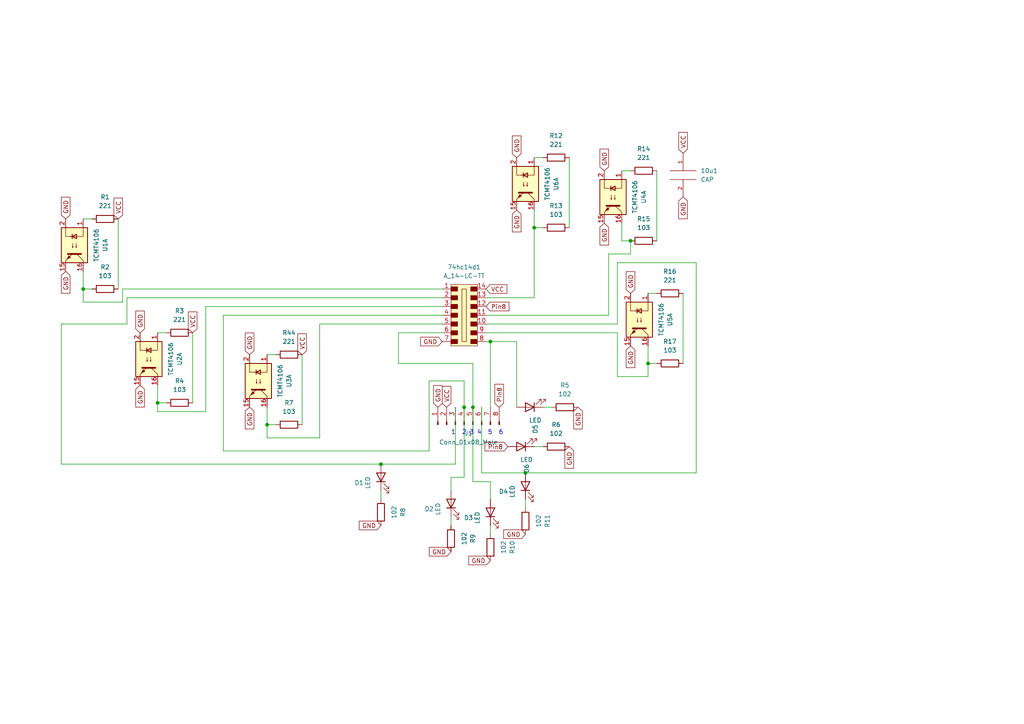
<source format=kicad_sch>
(kicad_sch (version 20211123) (generator eeschema)

  (uuid 95031219-0076-4b62-b4dd-bf3887c5cae3)

  (paper "A4")

  (lib_symbols
    (symbol "Connector:Conn_01x08_Male" (pin_names (offset 1.016) hide) (in_bom yes) (on_board yes)
      (property "Reference" "J" (id 0) (at 0 10.16 0)
        (effects (font (size 1.27 1.27)))
      )
      (property "Value" "Conn_01x08_Male" (id 1) (at 0 -12.7 0)
        (effects (font (size 1.27 1.27)))
      )
      (property "Footprint" "" (id 2) (at 0 0 0)
        (effects (font (size 1.27 1.27)) hide)
      )
      (property "Datasheet" "~" (id 3) (at 0 0 0)
        (effects (font (size 1.27 1.27)) hide)
      )
      (property "ki_keywords" "connector" (id 4) (at 0 0 0)
        (effects (font (size 1.27 1.27)) hide)
      )
      (property "ki_description" "Generic connector, single row, 01x08, script generated (kicad-library-utils/schlib/autogen/connector/)" (id 5) (at 0 0 0)
        (effects (font (size 1.27 1.27)) hide)
      )
      (property "ki_fp_filters" "Connector*:*_1x??_*" (id 6) (at 0 0 0)
        (effects (font (size 1.27 1.27)) hide)
      )
      (symbol "Conn_01x08_Male_1_1"
        (polyline
          (pts
            (xy 1.27 -10.16)
            (xy 0.8636 -10.16)
          )
          (stroke (width 0.1524) (type default) (color 0 0 0 0))
          (fill (type none))
        )
        (polyline
          (pts
            (xy 1.27 -7.62)
            (xy 0.8636 -7.62)
          )
          (stroke (width 0.1524) (type default) (color 0 0 0 0))
          (fill (type none))
        )
        (polyline
          (pts
            (xy 1.27 -5.08)
            (xy 0.8636 -5.08)
          )
          (stroke (width 0.1524) (type default) (color 0 0 0 0))
          (fill (type none))
        )
        (polyline
          (pts
            (xy 1.27 -2.54)
            (xy 0.8636 -2.54)
          )
          (stroke (width 0.1524) (type default) (color 0 0 0 0))
          (fill (type none))
        )
        (polyline
          (pts
            (xy 1.27 0)
            (xy 0.8636 0)
          )
          (stroke (width 0.1524) (type default) (color 0 0 0 0))
          (fill (type none))
        )
        (polyline
          (pts
            (xy 1.27 2.54)
            (xy 0.8636 2.54)
          )
          (stroke (width 0.1524) (type default) (color 0 0 0 0))
          (fill (type none))
        )
        (polyline
          (pts
            (xy 1.27 5.08)
            (xy 0.8636 5.08)
          )
          (stroke (width 0.1524) (type default) (color 0 0 0 0))
          (fill (type none))
        )
        (polyline
          (pts
            (xy 1.27 7.62)
            (xy 0.8636 7.62)
          )
          (stroke (width 0.1524) (type default) (color 0 0 0 0))
          (fill (type none))
        )
        (rectangle (start 0.8636 -10.033) (end 0 -10.287)
          (stroke (width 0.1524) (type default) (color 0 0 0 0))
          (fill (type outline))
        )
        (rectangle (start 0.8636 -7.493) (end 0 -7.747)
          (stroke (width 0.1524) (type default) (color 0 0 0 0))
          (fill (type outline))
        )
        (rectangle (start 0.8636 -4.953) (end 0 -5.207)
          (stroke (width 0.1524) (type default) (color 0 0 0 0))
          (fill (type outline))
        )
        (rectangle (start 0.8636 -2.413) (end 0 -2.667)
          (stroke (width 0.1524) (type default) (color 0 0 0 0))
          (fill (type outline))
        )
        (rectangle (start 0.8636 0.127) (end 0 -0.127)
          (stroke (width 0.1524) (type default) (color 0 0 0 0))
          (fill (type outline))
        )
        (rectangle (start 0.8636 2.667) (end 0 2.413)
          (stroke (width 0.1524) (type default) (color 0 0 0 0))
          (fill (type outline))
        )
        (rectangle (start 0.8636 5.207) (end 0 4.953)
          (stroke (width 0.1524) (type default) (color 0 0 0 0))
          (fill (type outline))
        )
        (rectangle (start 0.8636 7.747) (end 0 7.493)
          (stroke (width 0.1524) (type default) (color 0 0 0 0))
          (fill (type outline))
        )
        (pin passive line (at 5.08 7.62 180) (length 3.81)
          (name "Pin_1" (effects (font (size 1.27 1.27))))
          (number "1" (effects (font (size 1.27 1.27))))
        )
        (pin passive line (at 5.08 5.08 180) (length 3.81)
          (name "Pin_2" (effects (font (size 1.27 1.27))))
          (number "2" (effects (font (size 1.27 1.27))))
        )
        (pin passive line (at 5.08 2.54 180) (length 3.81)
          (name "Pin_3" (effects (font (size 1.27 1.27))))
          (number "3" (effects (font (size 1.27 1.27))))
        )
        (pin passive line (at 5.08 0 180) (length 3.81)
          (name "Pin_4" (effects (font (size 1.27 1.27))))
          (number "4" (effects (font (size 1.27 1.27))))
        )
        (pin passive line (at 5.08 -2.54 180) (length 3.81)
          (name "Pin_5" (effects (font (size 1.27 1.27))))
          (number "5" (effects (font (size 1.27 1.27))))
        )
        (pin passive line (at 5.08 -5.08 180) (length 3.81)
          (name "Pin_6" (effects (font (size 1.27 1.27))))
          (number "6" (effects (font (size 1.27 1.27))))
        )
        (pin passive line (at 5.08 -7.62 180) (length 3.81)
          (name "Pin_7" (effects (font (size 1.27 1.27))))
          (number "7" (effects (font (size 1.27 1.27))))
        )
        (pin passive line (at 5.08 -10.16 180) (length 3.81)
          (name "Pin_8" (effects (font (size 1.27 1.27))))
          (number "8" (effects (font (size 1.27 1.27))))
        )
      )
    )
    (symbol "Device:LED" (pin_numbers hide) (pin_names (offset 1.016) hide) (in_bom yes) (on_board yes)
      (property "Reference" "D" (id 0) (at 0 2.54 0)
        (effects (font (size 1.27 1.27)))
      )
      (property "Value" "LED" (id 1) (at 0 -2.54 0)
        (effects (font (size 1.27 1.27)))
      )
      (property "Footprint" "" (id 2) (at 0 0 0)
        (effects (font (size 1.27 1.27)) hide)
      )
      (property "Datasheet" "~" (id 3) (at 0 0 0)
        (effects (font (size 1.27 1.27)) hide)
      )
      (property "ki_keywords" "LED diode" (id 4) (at 0 0 0)
        (effects (font (size 1.27 1.27)) hide)
      )
      (property "ki_description" "Light emitting diode" (id 5) (at 0 0 0)
        (effects (font (size 1.27 1.27)) hide)
      )
      (property "ki_fp_filters" "LED* LED_SMD:* LED_THT:*" (id 6) (at 0 0 0)
        (effects (font (size 1.27 1.27)) hide)
      )
      (symbol "LED_0_1"
        (polyline
          (pts
            (xy -1.27 -1.27)
            (xy -1.27 1.27)
          )
          (stroke (width 0.254) (type default) (color 0 0 0 0))
          (fill (type none))
        )
        (polyline
          (pts
            (xy -1.27 0)
            (xy 1.27 0)
          )
          (stroke (width 0) (type default) (color 0 0 0 0))
          (fill (type none))
        )
        (polyline
          (pts
            (xy 1.27 -1.27)
            (xy 1.27 1.27)
            (xy -1.27 0)
            (xy 1.27 -1.27)
          )
          (stroke (width 0.254) (type default) (color 0 0 0 0))
          (fill (type none))
        )
        (polyline
          (pts
            (xy -3.048 -0.762)
            (xy -4.572 -2.286)
            (xy -3.81 -2.286)
            (xy -4.572 -2.286)
            (xy -4.572 -1.524)
          )
          (stroke (width 0) (type default) (color 0 0 0 0))
          (fill (type none))
        )
        (polyline
          (pts
            (xy -1.778 -0.762)
            (xy -3.302 -2.286)
            (xy -2.54 -2.286)
            (xy -3.302 -2.286)
            (xy -3.302 -1.524)
          )
          (stroke (width 0) (type default) (color 0 0 0 0))
          (fill (type none))
        )
      )
      (symbol "LED_1_1"
        (pin passive line (at -3.81 0 0) (length 2.54)
          (name "K" (effects (font (size 1.27 1.27))))
          (number "1" (effects (font (size 1.27 1.27))))
        )
        (pin passive line (at 3.81 0 180) (length 2.54)
          (name "A" (effects (font (size 1.27 1.27))))
          (number "2" (effects (font (size 1.27 1.27))))
        )
      )
    )
    (symbol "Device:R" (pin_numbers hide) (pin_names (offset 0)) (in_bom yes) (on_board yes)
      (property "Reference" "R" (id 0) (at 2.032 0 90)
        (effects (font (size 1.27 1.27)))
      )
      (property "Value" "R" (id 1) (at 0 0 90)
        (effects (font (size 1.27 1.27)))
      )
      (property "Footprint" "" (id 2) (at -1.778 0 90)
        (effects (font (size 1.27 1.27)) hide)
      )
      (property "Datasheet" "~" (id 3) (at 0 0 0)
        (effects (font (size 1.27 1.27)) hide)
      )
      (property "ki_keywords" "R res resistor" (id 4) (at 0 0 0)
        (effects (font (size 1.27 1.27)) hide)
      )
      (property "ki_description" "Resistor" (id 5) (at 0 0 0)
        (effects (font (size 1.27 1.27)) hide)
      )
      (property "ki_fp_filters" "R_*" (id 6) (at 0 0 0)
        (effects (font (size 1.27 1.27)) hide)
      )
      (symbol "R_0_1"
        (rectangle (start -1.016 -2.54) (end 1.016 2.54)
          (stroke (width 0.254) (type default) (color 0 0 0 0))
          (fill (type none))
        )
      )
      (symbol "R_1_1"
        (pin passive line (at 0 3.81 270) (length 1.27)
          (name "~" (effects (font (size 1.27 1.27))))
          (number "1" (effects (font (size 1.27 1.27))))
        )
        (pin passive line (at 0 -3.81 90) (length 1.27)
          (name "~" (effects (font (size 1.27 1.27))))
          (number "2" (effects (font (size 1.27 1.27))))
        )
      )
    )
    (symbol "Isolator:TCMT4106" (pin_names (offset 1.016)) (in_bom yes) (on_board yes)
      (property "Reference" "U" (id 0) (at 0 5.08 0)
        (effects (font (size 1.27 1.27)))
      )
      (property "Value" "TCMT4106" (id 1) (at 0 -5.08 0)
        (effects (font (size 1.27 1.27)))
      )
      (property "Footprint" "Package_SO:SOP-16_4.4x10.4mm_P1.27mm" (id 2) (at 0 -7.62 0)
        (effects (font (size 1.27 1.27)) hide)
      )
      (property "Datasheet" "https://www.vishay.com/docs/84181/tcmt4100.pdf" (id 3) (at 0 -1.27 0)
        (effects (font (size 1.27 1.27)) (justify left) hide)
      )
      (property "ki_keywords" "NPN DC opto" (id 4) (at 0 0 0)
        (effects (font (size 1.27 1.27)) hide)
      )
      (property "ki_description" "Quad Optocoupler, Vce 70V, CTR 100-300%, Viso 3750V (RMS), SOP-16" (id 5) (at 0 0 0)
        (effects (font (size 1.27 1.27)) hide)
      )
      (property "ki_fp_filters" "SOP*4.4x10.4mm*P1.27mm*" (id 6) (at 0 0 0)
        (effects (font (size 1.27 1.27)) hide)
      )
      (symbol "TCMT4106_1_1"
        (rectangle (start -5.08 3.81) (end 5.08 -3.81)
          (stroke (width 0.254) (type default) (color 0 0 0 0))
          (fill (type background))
        )
        (polyline
          (pts
            (xy -3.175 -0.635)
            (xy -1.905 -0.635)
          )
          (stroke (width 0.254) (type default) (color 0 0 0 0))
          (fill (type none))
        )
        (polyline
          (pts
            (xy 2.54 0.635)
            (xy 4.445 2.54)
          )
          (stroke (width 0) (type default) (color 0 0 0 0))
          (fill (type none))
        )
        (polyline
          (pts
            (xy 4.445 -2.54)
            (xy 2.54 -0.635)
          )
          (stroke (width 0) (type default) (color 0 0 0 0))
          (fill (type outline))
        )
        (polyline
          (pts
            (xy 4.445 -2.54)
            (xy 5.08 -2.54)
          )
          (stroke (width 0) (type default) (color 0 0 0 0))
          (fill (type none))
        )
        (polyline
          (pts
            (xy 4.445 2.54)
            (xy 5.08 2.54)
          )
          (stroke (width 0) (type default) (color 0 0 0 0))
          (fill (type none))
        )
        (polyline
          (pts
            (xy -2.54 -0.635)
            (xy -2.54 -2.54)
            (xy -5.08 -2.54)
          )
          (stroke (width 0) (type default) (color 0 0 0 0))
          (fill (type none))
        )
        (polyline
          (pts
            (xy 2.54 1.905)
            (xy 2.54 -1.905)
            (xy 2.54 -1.905)
          )
          (stroke (width 0.508) (type default) (color 0 0 0 0))
          (fill (type none))
        )
        (polyline
          (pts
            (xy -5.08 2.54)
            (xy -2.54 2.54)
            (xy -2.54 -1.27)
            (xy -2.54 0.635)
          )
          (stroke (width 0) (type default) (color 0 0 0 0))
          (fill (type none))
        )
        (polyline
          (pts
            (xy -2.54 -0.635)
            (xy -3.175 0.635)
            (xy -1.905 0.635)
            (xy -2.54 -0.635)
          )
          (stroke (width 0.254) (type default) (color 0 0 0 0))
          (fill (type none))
        )
        (polyline
          (pts
            (xy -0.508 -0.508)
            (xy 0.762 -0.508)
            (xy 0.381 -0.635)
            (xy 0.381 -0.381)
            (xy 0.762 -0.508)
          )
          (stroke (width 0) (type default) (color 0 0 0 0))
          (fill (type none))
        )
        (polyline
          (pts
            (xy -0.508 0.508)
            (xy 0.762 0.508)
            (xy 0.381 0.381)
            (xy 0.381 0.635)
            (xy 0.762 0.508)
          )
          (stroke (width 0) (type default) (color 0 0 0 0))
          (fill (type none))
        )
        (polyline
          (pts
            (xy 3.048 -1.651)
            (xy 3.556 -1.143)
            (xy 4.064 -2.159)
            (xy 3.048 -1.651)
            (xy 3.048 -1.651)
          )
          (stroke (width 0) (type default) (color 0 0 0 0))
          (fill (type outline))
        )
        (pin passive line (at -7.62 2.54 0) (length 2.54)
          (name "~" (effects (font (size 1.27 1.27))))
          (number "1" (effects (font (size 1.27 1.27))))
        )
        (pin passive line (at 7.62 -2.54 180) (length 2.54)
          (name "~" (effects (font (size 1.27 1.27))))
          (number "15" (effects (font (size 1.27 1.27))))
        )
        (pin passive line (at 7.62 2.54 180) (length 2.54)
          (name "~" (effects (font (size 1.27 1.27))))
          (number "16" (effects (font (size 1.27 1.27))))
        )
        (pin passive line (at -7.62 -2.54 0) (length 2.54)
          (name "~" (effects (font (size 1.27 1.27))))
          (number "2" (effects (font (size 1.27 1.27))))
        )
      )
      (symbol "TCMT4106_2_1"
        (rectangle (start -5.08 3.81) (end 5.08 -3.81)
          (stroke (width 0.254) (type default) (color 0 0 0 0))
          (fill (type background))
        )
        (polyline
          (pts
            (xy -3.175 -0.635)
            (xy -1.905 -0.635)
          )
          (stroke (width 0.254) (type default) (color 0 0 0 0))
          (fill (type none))
        )
        (polyline
          (pts
            (xy 2.54 0.635)
            (xy 4.445 2.54)
          )
          (stroke (width 0) (type default) (color 0 0 0 0))
          (fill (type none))
        )
        (polyline
          (pts
            (xy 4.445 -2.54)
            (xy 2.54 -0.635)
          )
          (stroke (width 0) (type default) (color 0 0 0 0))
          (fill (type outline))
        )
        (polyline
          (pts
            (xy 4.445 -2.54)
            (xy 5.08 -2.54)
          )
          (stroke (width 0) (type default) (color 0 0 0 0))
          (fill (type none))
        )
        (polyline
          (pts
            (xy 4.445 2.54)
            (xy 5.08 2.54)
          )
          (stroke (width 0) (type default) (color 0 0 0 0))
          (fill (type none))
        )
        (polyline
          (pts
            (xy -2.54 -0.635)
            (xy -2.54 -2.54)
            (xy -5.08 -2.54)
          )
          (stroke (width 0) (type default) (color 0 0 0 0))
          (fill (type none))
        )
        (polyline
          (pts
            (xy 2.54 1.905)
            (xy 2.54 -1.905)
            (xy 2.54 -1.905)
          )
          (stroke (width 0.508) (type default) (color 0 0 0 0))
          (fill (type none))
        )
        (polyline
          (pts
            (xy -5.08 2.54)
            (xy -2.54 2.54)
            (xy -2.54 -1.27)
            (xy -2.54 0.635)
          )
          (stroke (width 0) (type default) (color 0 0 0 0))
          (fill (type none))
        )
        (polyline
          (pts
            (xy -2.54 -0.635)
            (xy -3.175 0.635)
            (xy -1.905 0.635)
            (xy -2.54 -0.635)
          )
          (stroke (width 0.254) (type default) (color 0 0 0 0))
          (fill (type none))
        )
        (polyline
          (pts
            (xy -0.508 -0.508)
            (xy 0.762 -0.508)
            (xy 0.381 -0.635)
            (xy 0.381 -0.381)
            (xy 0.762 -0.508)
          )
          (stroke (width 0) (type default) (color 0 0 0 0))
          (fill (type none))
        )
        (polyline
          (pts
            (xy -0.508 0.508)
            (xy 0.762 0.508)
            (xy 0.381 0.381)
            (xy 0.381 0.635)
            (xy 0.762 0.508)
          )
          (stroke (width 0) (type default) (color 0 0 0 0))
          (fill (type none))
        )
        (polyline
          (pts
            (xy 3.048 -1.651)
            (xy 3.556 -1.143)
            (xy 4.064 -2.159)
            (xy 3.048 -1.651)
            (xy 3.048 -1.651)
          )
          (stroke (width 0) (type default) (color 0 0 0 0))
          (fill (type outline))
        )
        (pin passive line (at 7.62 -2.54 180) (length 2.54)
          (name "~" (effects (font (size 1.27 1.27))))
          (number "13" (effects (font (size 1.27 1.27))))
        )
        (pin passive line (at 7.62 2.54 180) (length 2.54)
          (name "~" (effects (font (size 1.27 1.27))))
          (number "14" (effects (font (size 1.27 1.27))))
        )
        (pin passive line (at -7.62 2.54 0) (length 2.54)
          (name "~" (effects (font (size 1.27 1.27))))
          (number "3" (effects (font (size 1.27 1.27))))
        )
        (pin passive line (at -7.62 -2.54 0) (length 2.54)
          (name "~" (effects (font (size 1.27 1.27))))
          (number "4" (effects (font (size 1.27 1.27))))
        )
      )
      (symbol "TCMT4106_3_1"
        (rectangle (start -5.08 3.81) (end 5.08 -3.81)
          (stroke (width 0.254) (type default) (color 0 0 0 0))
          (fill (type background))
        )
        (polyline
          (pts
            (xy -3.175 -0.635)
            (xy -1.905 -0.635)
          )
          (stroke (width 0.254) (type default) (color 0 0 0 0))
          (fill (type none))
        )
        (polyline
          (pts
            (xy 2.54 0.635)
            (xy 4.445 2.54)
          )
          (stroke (width 0) (type default) (color 0 0 0 0))
          (fill (type none))
        )
        (polyline
          (pts
            (xy 4.445 -2.54)
            (xy 2.54 -0.635)
          )
          (stroke (width 0) (type default) (color 0 0 0 0))
          (fill (type outline))
        )
        (polyline
          (pts
            (xy 4.445 -2.54)
            (xy 5.08 -2.54)
          )
          (stroke (width 0) (type default) (color 0 0 0 0))
          (fill (type none))
        )
        (polyline
          (pts
            (xy 4.445 2.54)
            (xy 5.08 2.54)
          )
          (stroke (width 0) (type default) (color 0 0 0 0))
          (fill (type none))
        )
        (polyline
          (pts
            (xy -2.54 -0.635)
            (xy -2.54 -2.54)
            (xy -5.08 -2.54)
          )
          (stroke (width 0) (type default) (color 0 0 0 0))
          (fill (type none))
        )
        (polyline
          (pts
            (xy 2.54 1.905)
            (xy 2.54 -1.905)
            (xy 2.54 -1.905)
          )
          (stroke (width 0.508) (type default) (color 0 0 0 0))
          (fill (type none))
        )
        (polyline
          (pts
            (xy -5.08 2.54)
            (xy -2.54 2.54)
            (xy -2.54 -1.27)
            (xy -2.54 0.635)
          )
          (stroke (width 0) (type default) (color 0 0 0 0))
          (fill (type none))
        )
        (polyline
          (pts
            (xy -2.54 -0.635)
            (xy -3.175 0.635)
            (xy -1.905 0.635)
            (xy -2.54 -0.635)
          )
          (stroke (width 0.254) (type default) (color 0 0 0 0))
          (fill (type none))
        )
        (polyline
          (pts
            (xy -0.508 -0.508)
            (xy 0.762 -0.508)
            (xy 0.381 -0.635)
            (xy 0.381 -0.381)
            (xy 0.762 -0.508)
          )
          (stroke (width 0) (type default) (color 0 0 0 0))
          (fill (type none))
        )
        (polyline
          (pts
            (xy -0.508 0.508)
            (xy 0.762 0.508)
            (xy 0.381 0.381)
            (xy 0.381 0.635)
            (xy 0.762 0.508)
          )
          (stroke (width 0) (type default) (color 0 0 0 0))
          (fill (type none))
        )
        (polyline
          (pts
            (xy 3.048 -1.651)
            (xy 3.556 -1.143)
            (xy 4.064 -2.159)
            (xy 3.048 -1.651)
            (xy 3.048 -1.651)
          )
          (stroke (width 0) (type default) (color 0 0 0 0))
          (fill (type outline))
        )
        (pin passive line (at 7.62 -2.54 180) (length 2.54)
          (name "~" (effects (font (size 1.27 1.27))))
          (number "11" (effects (font (size 1.27 1.27))))
        )
        (pin passive line (at 7.62 2.54 180) (length 2.54)
          (name "~" (effects (font (size 1.27 1.27))))
          (number "12" (effects (font (size 1.27 1.27))))
        )
        (pin passive line (at -7.62 2.54 0) (length 2.54)
          (name "~" (effects (font (size 1.27 1.27))))
          (number "5" (effects (font (size 1.27 1.27))))
        )
        (pin passive line (at -7.62 -2.54 0) (length 2.54)
          (name "~" (effects (font (size 1.27 1.27))))
          (number "6" (effects (font (size 1.27 1.27))))
        )
      )
      (symbol "TCMT4106_4_1"
        (rectangle (start -5.08 3.81) (end 5.08 -3.81)
          (stroke (width 0.254) (type default) (color 0 0 0 0))
          (fill (type background))
        )
        (polyline
          (pts
            (xy -3.175 -0.635)
            (xy -1.905 -0.635)
          )
          (stroke (width 0.254) (type default) (color 0 0 0 0))
          (fill (type none))
        )
        (polyline
          (pts
            (xy 2.54 0.635)
            (xy 4.445 2.54)
          )
          (stroke (width 0) (type default) (color 0 0 0 0))
          (fill (type none))
        )
        (polyline
          (pts
            (xy 4.445 -2.54)
            (xy 2.54 -0.635)
          )
          (stroke (width 0) (type default) (color 0 0 0 0))
          (fill (type outline))
        )
        (polyline
          (pts
            (xy 4.445 -2.54)
            (xy 5.08 -2.54)
          )
          (stroke (width 0) (type default) (color 0 0 0 0))
          (fill (type none))
        )
        (polyline
          (pts
            (xy 4.445 2.54)
            (xy 5.08 2.54)
          )
          (stroke (width 0) (type default) (color 0 0 0 0))
          (fill (type none))
        )
        (polyline
          (pts
            (xy -2.54 -0.635)
            (xy -2.54 -2.54)
            (xy -5.08 -2.54)
          )
          (stroke (width 0) (type default) (color 0 0 0 0))
          (fill (type none))
        )
        (polyline
          (pts
            (xy 2.54 1.905)
            (xy 2.54 -1.905)
            (xy 2.54 -1.905)
          )
          (stroke (width 0.508) (type default) (color 0 0 0 0))
          (fill (type none))
        )
        (polyline
          (pts
            (xy -5.08 2.54)
            (xy -2.54 2.54)
            (xy -2.54 -1.27)
            (xy -2.54 0.635)
          )
          (stroke (width 0) (type default) (color 0 0 0 0))
          (fill (type none))
        )
        (polyline
          (pts
            (xy -2.54 -0.635)
            (xy -3.175 0.635)
            (xy -1.905 0.635)
            (xy -2.54 -0.635)
          )
          (stroke (width 0.254) (type default) (color 0 0 0 0))
          (fill (type none))
        )
        (polyline
          (pts
            (xy -0.508 -0.508)
            (xy 0.762 -0.508)
            (xy 0.381 -0.635)
            (xy 0.381 -0.381)
            (xy 0.762 -0.508)
          )
          (stroke (width 0) (type default) (color 0 0 0 0))
          (fill (type none))
        )
        (polyline
          (pts
            (xy -0.508 0.508)
            (xy 0.762 0.508)
            (xy 0.381 0.381)
            (xy 0.381 0.635)
            (xy 0.762 0.508)
          )
          (stroke (width 0) (type default) (color 0 0 0 0))
          (fill (type none))
        )
        (polyline
          (pts
            (xy 3.048 -1.651)
            (xy 3.556 -1.143)
            (xy 4.064 -2.159)
            (xy 3.048 -1.651)
            (xy 3.048 -1.651)
          )
          (stroke (width 0) (type default) (color 0 0 0 0))
          (fill (type outline))
        )
        (pin passive line (at 7.62 2.54 180) (length 2.54)
          (name "~" (effects (font (size 1.27 1.27))))
          (number "10" (effects (font (size 1.27 1.27))))
        )
        (pin passive line (at -7.62 2.54 0) (length 2.54)
          (name "~" (effects (font (size 1.27 1.27))))
          (number "7" (effects (font (size 1.27 1.27))))
        )
        (pin passive line (at -7.62 -2.54 0) (length 2.54)
          (name "~" (effects (font (size 1.27 1.27))))
          (number "8" (effects (font (size 1.27 1.27))))
        )
        (pin passive line (at 7.62 -2.54 180) (length 2.54)
          (name "~" (effects (font (size 1.27 1.27))))
          (number "9" (effects (font (size 1.27 1.27))))
        )
      )
    )
    (symbol "dk_Sockets-for-ICs-Transistors:A_14-LC-TT" (pin_names (offset 1.016)) (in_bom yes) (on_board yes)
      (property "Reference" "J" (id 0) (at -3.81 7.62 0)
        (effects (font (size 1.27 1.27)) (justify left))
      )
      (property "Value" "A_14-LC-TT" (id 1) (at 0 -12.7 0)
        (effects (font (size 1.27 1.27)))
      )
      (property "Footprint" "digikey-footprints:Socket_DIP-14_7.62mm_Conn" (id 2) (at 5.08 5.08 0)
        (effects (font (size 1.524 1.524)) (justify left) hide)
      )
      (property "Datasheet" "http://www.assmann-wsw.com/fileadmin/datasheets/ASS_0810_CO.pdf" (id 3) (at 5.08 7.62 0)
        (effects (font (size 1.524 1.524)) (justify left) hide)
      )
      (property "Digi-Key_PN" "AE9989-ND" (id 4) (at 5.08 10.16 0)
        (effects (font (size 1.524 1.524)) (justify left) hide)
      )
      (property "MPN" "A 14-LC-TT" (id 5) (at 5.08 12.7 0)
        (effects (font (size 1.524 1.524)) (justify left) hide)
      )
      (property "Category" "Connectors, Interconnects" (id 6) (at 5.08 15.24 0)
        (effects (font (size 1.524 1.524)) (justify left) hide)
      )
      (property "Family" "Sockets for ICs, Transistors" (id 7) (at 5.08 17.78 0)
        (effects (font (size 1.524 1.524)) (justify left) hide)
      )
      (property "DK_Datasheet_Link" "http://www.assmann-wsw.com/fileadmin/datasheets/ASS_0810_CO.pdf" (id 8) (at 5.08 20.32 0)
        (effects (font (size 1.524 1.524)) (justify left) hide)
      )
      (property "DK_Detail_Page" "/product-detail/en/assmann-wsw-components/A-14-LC-TT/AE9989-ND/821743" (id 9) (at 5.08 22.86 0)
        (effects (font (size 1.524 1.524)) (justify left) hide)
      )
      (property "Description" "CONN IC DIP SOCKET 14POS TIN" (id 10) (at 5.08 25.4 0)
        (effects (font (size 1.524 1.524)) (justify left) hide)
      )
      (property "Manufacturer" "Assmann WSW Components" (id 11) (at 5.08 27.94 0)
        (effects (font (size 1.524 1.524)) (justify left) hide)
      )
      (property "Status" "Active" (id 12) (at 5.08 30.48 0)
        (effects (font (size 1.524 1.524)) (justify left) hide)
      )
      (property "ki_keywords" "AE9989-ND" (id 13) (at 0 0 0)
        (effects (font (size 1.27 1.27)) hide)
      )
      (property "ki_description" "CONN IC DIP SOCKET 14POS TIN" (id 14) (at 0 0 0)
        (effects (font (size 1.27 1.27)) hide)
      )
      (symbol "A_14-LC-TT_1_1"
        (rectangle (start -3.81 -9.525) (end -1.905 -10.795)
          (stroke (width 0) (type default) (color 0 0 0 0))
          (fill (type outline))
        )
        (rectangle (start -3.81 -6.985) (end -1.905 -8.255)
          (stroke (width 0) (type default) (color 0 0 0 0))
          (fill (type outline))
        )
        (rectangle (start -3.81 -4.445) (end -1.905 -5.715)
          (stroke (width 0) (type default) (color 0 0 0 0))
          (fill (type outline))
        )
        (rectangle (start -3.81 -1.905) (end -1.905 -3.175)
          (stroke (width 0) (type default) (color 0 0 0 0))
          (fill (type outline))
        )
        (rectangle (start -3.81 0.635) (end -1.905 -0.635)
          (stroke (width 0) (type default) (color 0 0 0 0))
          (fill (type outline))
        )
        (rectangle (start -3.81 3.175) (end -1.905 1.905)
          (stroke (width 0) (type default) (color 0 0 0 0))
          (fill (type outline))
        )
        (rectangle (start -3.81 5.715) (end -1.905 4.445)
          (stroke (width 0) (type default) (color 0 0 0 0))
          (fill (type outline))
        )
        (rectangle (start -3.81 6.35) (end 3.81 -11.43)
          (stroke (width 0) (type default) (color 0 0 0 0))
          (fill (type background))
        )
        (rectangle (start -0.635 5.08) (end 0.635 -10.16)
          (stroke (width 0) (type default) (color 0 0 0 0))
          (fill (type none))
        )
        (rectangle (start 1.905 -9.525) (end 3.81 -10.795)
          (stroke (width 0) (type default) (color 0 0 0 0))
          (fill (type outline))
        )
        (rectangle (start 1.905 -6.985) (end 3.81 -8.255)
          (stroke (width 0) (type default) (color 0 0 0 0))
          (fill (type outline))
        )
        (rectangle (start 1.905 -4.445) (end 3.81 -5.715)
          (stroke (width 0) (type default) (color 0 0 0 0))
          (fill (type outline))
        )
        (rectangle (start 1.905 -1.905) (end 3.81 -3.175)
          (stroke (width 0) (type default) (color 0 0 0 0))
          (fill (type outline))
        )
        (rectangle (start 1.905 0.635) (end 3.81 -0.635)
          (stroke (width 0) (type default) (color 0 0 0 0))
          (fill (type outline))
        )
        (rectangle (start 1.905 3.175) (end 3.81 1.905)
          (stroke (width 0) (type default) (color 0 0 0 0))
          (fill (type outline))
        )
        (rectangle (start 1.905 5.715) (end 3.81 4.445)
          (stroke (width 0) (type default) (color 0 0 0 0))
          (fill (type outline))
        )
        (pin passive line (at -6.35 5.08 0) (length 2.54)
          (name "~" (effects (font (size 1.27 1.27))))
          (number "1" (effects (font (size 1.27 1.27))))
        )
        (pin passive line (at 6.35 -5.08 180) (length 2.54)
          (name "~" (effects (font (size 1.27 1.27))))
          (number "10" (effects (font (size 1.27 1.27))))
        )
        (pin passive line (at 6.35 -2.54 180) (length 2.54)
          (name "~" (effects (font (size 1.27 1.27))))
          (number "11" (effects (font (size 1.27 1.27))))
        )
        (pin passive line (at 6.35 0 180) (length 2.54)
          (name "~" (effects (font (size 1.27 1.27))))
          (number "12" (effects (font (size 1.27 1.27))))
        )
        (pin passive line (at 6.35 2.54 180) (length 2.54)
          (name "~" (effects (font (size 1.27 1.27))))
          (number "13" (effects (font (size 1.27 1.27))))
        )
        (pin passive line (at 6.35 5.08 180) (length 2.54)
          (name "~" (effects (font (size 1.27 1.27))))
          (number "14" (effects (font (size 1.27 1.27))))
        )
        (pin passive line (at -6.35 2.54 0) (length 2.54)
          (name "~" (effects (font (size 1.27 1.27))))
          (number "2" (effects (font (size 1.27 1.27))))
        )
        (pin passive line (at -6.35 0 0) (length 2.54)
          (name "~" (effects (font (size 1.27 1.27))))
          (number "3" (effects (font (size 1.27 1.27))))
        )
        (pin passive line (at -6.35 -2.54 0) (length 2.54)
          (name "~" (effects (font (size 1.27 1.27))))
          (number "4" (effects (font (size 1.27 1.27))))
        )
        (pin passive line (at -6.35 -5.08 0) (length 2.54)
          (name "~" (effects (font (size 1.27 1.27))))
          (number "5" (effects (font (size 1.27 1.27))))
        )
        (pin passive line (at -6.35 -7.62 0) (length 2.54)
          (name "~" (effects (font (size 1.27 1.27))))
          (number "6" (effects (font (size 1.27 1.27))))
        )
        (pin passive line (at -6.35 -10.16 0) (length 2.54)
          (name "~" (effects (font (size 1.27 1.27))))
          (number "7" (effects (font (size 1.27 1.27))))
        )
        (pin passive line (at 6.35 -10.16 180) (length 2.54)
          (name "~" (effects (font (size 1.27 1.27))))
          (number "8" (effects (font (size 1.27 1.27))))
        )
        (pin passive line (at 6.35 -7.62 180) (length 2.54)
          (name "~" (effects (font (size 1.27 1.27))))
          (number "9" (effects (font (size 1.27 1.27))))
        )
      )
    )
    (symbol "pspice:CAP" (pin_names (offset 0.254)) (in_bom yes) (on_board yes)
      (property "Reference" "C" (id 0) (at 2.54 3.81 90)
        (effects (font (size 1.27 1.27)))
      )
      (property "Value" "CAP" (id 1) (at 2.54 -3.81 90)
        (effects (font (size 1.27 1.27)))
      )
      (property "Footprint" "" (id 2) (at 0 0 0)
        (effects (font (size 1.27 1.27)) hide)
      )
      (property "Datasheet" "~" (id 3) (at 0 0 0)
        (effects (font (size 1.27 1.27)) hide)
      )
      (property "ki_keywords" "simulation" (id 4) (at 0 0 0)
        (effects (font (size 1.27 1.27)) hide)
      )
      (property "ki_description" "Capacitor symbol for simulation only" (id 5) (at 0 0 0)
        (effects (font (size 1.27 1.27)) hide)
      )
      (symbol "CAP_0_1"
        (polyline
          (pts
            (xy -3.81 -1.27)
            (xy 3.81 -1.27)
          )
          (stroke (width 0) (type default) (color 0 0 0 0))
          (fill (type none))
        )
        (polyline
          (pts
            (xy -3.81 1.27)
            (xy 3.81 1.27)
          )
          (stroke (width 0) (type default) (color 0 0 0 0))
          (fill (type none))
        )
      )
      (symbol "CAP_1_1"
        (pin passive line (at 0 6.35 270) (length 5.08)
          (name "~" (effects (font (size 1.016 1.016))))
          (number "1" (effects (font (size 1.016 1.016))))
        )
        (pin passive line (at 0 -6.35 90) (length 5.08)
          (name "~" (effects (font (size 1.016 1.016))))
          (number "2" (effects (font (size 1.016 1.016))))
        )
      )
    )
  )

  (junction (at 134.62 118.11) (diameter 0) (color 0 0 0 0)
    (uuid 0638e379-9f03-45a0-a77f-ef42b7f6c292)
  )
  (junction (at 45.72 116.84) (diameter 0) (color 0 0 0 0)
    (uuid 2b750555-ddac-4ade-ba7b-73a8215299da)
  )
  (junction (at 187.96 105.41) (diameter 0) (color 0 0 0 0)
    (uuid 2c252aca-00da-436b-9403-670e6b764261)
  )
  (junction (at 77.47 123.19) (diameter 0) (color 0 0 0 0)
    (uuid 5a287a55-77c6-45bd-843d-da98a364d3a8)
  )
  (junction (at 110.49 134.62) (diameter 0) (color 0 0 0 0)
    (uuid 5e3b3080-dcc5-425d-b663-158e25d2e48f)
  )
  (junction (at 154.94 66.04) (diameter 0) (color 0 0 0 0)
    (uuid 635b8cd5-e995-4073-ab27-70aea32e77bb)
  )
  (junction (at 24.13 83.82) (diameter 0) (color 0 0 0 0)
    (uuid 9a1965aa-12cd-435d-b0c2-d0fa51a1fea9)
  )
  (junction (at 137.16 118.11) (diameter 0) (color 0 0 0 0)
    (uuid b0188b21-ce38-450d-a372-06b915a50485)
  )
  (junction (at 182.88 69.85) (diameter 0) (color 0 0 0 0)
    (uuid c36ad108-9699-4a5f-9c74-c5ca06787e88)
  )
  (junction (at 142.24 99.06) (diameter 0) (color 0 0 0 0)
    (uuid d47a2a47-b5be-4565-9d04-eadae0b8707b)
  )
  (junction (at 152.4 137.16) (diameter 0) (color 0 0 0 0)
    (uuid ebc6e648-98d0-461c-b081-d55c579a16c4)
  )

  (wire (pts (xy 137.16 118.11) (xy 137.16 139.7))
    (stroke (width 0) (type default) (color 0 0 0 0))
    (uuid 00796211-12aa-4120-84ee-1b658a76aa8d)
  )
  (wire (pts (xy 140.97 93.98) (xy 179.07 93.98))
    (stroke (width 0) (type default) (color 0 0 0 0))
    (uuid 05ba8840-0f98-4ffd-b335-83712aba1f4c)
  )
  (wire (pts (xy 134.62 118.11) (xy 134.62 138.43))
    (stroke (width 0) (type default) (color 0 0 0 0))
    (uuid 0d7f5329-d215-4072-a5e2-4be044b13753)
  )
  (wire (pts (xy 128.27 96.52) (xy 115.57 96.52))
    (stroke (width 0) (type default) (color 0 0 0 0))
    (uuid 0f529e77-8eb8-4e99-a6e3-b90a81b066f8)
  )
  (wire (pts (xy 17.78 93.98) (xy 17.78 134.62))
    (stroke (width 0) (type default) (color 0 0 0 0))
    (uuid 0fd4513d-305a-4d4f-a5ad-ca84c7fae20c)
  )
  (wire (pts (xy 92.71 93.98) (xy 128.27 93.98))
    (stroke (width 0) (type default) (color 0 0 0 0))
    (uuid 127160be-416a-44d3-9c77-2857b2eea50b)
  )
  (wire (pts (xy 45.72 119.38) (xy 59.69 119.38))
    (stroke (width 0) (type default) (color 0 0 0 0))
    (uuid 12b6da9b-a613-4bc5-a9d7-48ab3c1a3b62)
  )
  (wire (pts (xy 24.13 83.82) (xy 26.67 83.82))
    (stroke (width 0) (type default) (color 0 0 0 0))
    (uuid 18be3197-7b09-4d05-bc7b-95424c6d1312)
  )
  (wire (pts (xy 154.94 86.36) (xy 140.97 86.36))
    (stroke (width 0) (type default) (color 0 0 0 0))
    (uuid 1b9aba05-9eac-4bf6-91cf-2193ecd39f80)
  )
  (wire (pts (xy 115.57 105.41) (xy 137.16 105.41))
    (stroke (width 0) (type default) (color 0 0 0 0))
    (uuid 1dc1c601-601b-460c-83cd-d1eb4e6978d5)
  )
  (wire (pts (xy 64.77 130.81) (xy 124.46 130.81))
    (stroke (width 0) (type default) (color 0 0 0 0))
    (uuid 23a5e57e-a768-4f3a-b849-f40fca66f13a)
  )
  (wire (pts (xy 124.46 110.49) (xy 134.62 110.49))
    (stroke (width 0) (type default) (color 0 0 0 0))
    (uuid 23dbab5d-ca9b-45bc-bcc1-1fe2b85b100e)
  )
  (wire (pts (xy 142.24 152.4) (xy 142.24 154.94))
    (stroke (width 0) (type default) (color 0 0 0 0))
    (uuid 25ea67aa-231b-4169-915a-b7122ea8b089)
  )
  (wire (pts (xy 179.07 96.52) (xy 179.07 109.22))
    (stroke (width 0) (type default) (color 0 0 0 0))
    (uuid 2967ac21-0e15-401f-8710-4ea57a95a658)
  )
  (wire (pts (xy 179.07 93.98) (xy 179.07 76.2))
    (stroke (width 0) (type default) (color 0 0 0 0))
    (uuid 29737d32-67d9-4d28-a8cf-5e3950de6ae3)
  )
  (wire (pts (xy 77.47 118.11) (xy 77.47 123.19))
    (stroke (width 0) (type default) (color 0 0 0 0))
    (uuid 2de34950-7246-4ef1-a8d9-8047f16ae117)
  )
  (wire (pts (xy 34.29 63.5) (xy 34.29 83.82))
    (stroke (width 0) (type default) (color 0 0 0 0))
    (uuid 33f3dabe-5476-4852-8042-4abd658fa604)
  )
  (wire (pts (xy 154.94 60.96) (xy 154.94 66.04))
    (stroke (width 0) (type default) (color 0 0 0 0))
    (uuid 366360a7-cdde-436a-8f3f-ea871185228c)
  )
  (wire (pts (xy 180.34 64.77) (xy 180.34 69.85))
    (stroke (width 0) (type default) (color 0 0 0 0))
    (uuid 369dfd22-92ba-41bf-aa0b-bf4cc86fe56a)
  )
  (wire (pts (xy 176.53 91.44) (xy 176.53 73.66))
    (stroke (width 0) (type default) (color 0 0 0 0))
    (uuid 38271f80-0aa1-4f10-9808-81068f94bab4)
  )
  (wire (pts (xy 176.53 73.66) (xy 182.88 73.66))
    (stroke (width 0) (type default) (color 0 0 0 0))
    (uuid 392653ad-9f7b-46ea-bbc9-dbaf47d2b026)
  )
  (wire (pts (xy 24.13 63.5) (xy 26.67 63.5))
    (stroke (width 0) (type default) (color 0 0 0 0))
    (uuid 39e96100-14af-443b-93c2-1604b763d559)
  )
  (wire (pts (xy 180.34 69.85) (xy 182.88 69.85))
    (stroke (width 0) (type default) (color 0 0 0 0))
    (uuid 3a31cf00-2525-4a84-ab55-6e6314b49f06)
  )
  (wire (pts (xy 128.27 86.36) (xy 36.83 86.36))
    (stroke (width 0) (type default) (color 0 0 0 0))
    (uuid 3d1c795f-0087-43dc-8bf2-fdd6df6c70d3)
  )
  (wire (pts (xy 92.71 127) (xy 92.71 93.98))
    (stroke (width 0) (type default) (color 0 0 0 0))
    (uuid 3f007ee5-80a6-4759-8550-18717368659a)
  )
  (wire (pts (xy 59.69 119.38) (xy 59.69 88.9))
    (stroke (width 0) (type default) (color 0 0 0 0))
    (uuid 430e4e9f-ffff-4274-8f52-cb3a306b3cbc)
  )
  (wire (pts (xy 24.13 87.63) (xy 35.56 87.63))
    (stroke (width 0) (type default) (color 0 0 0 0))
    (uuid 48e9bc58-9751-4e57-82ca-d4e366c4daa4)
  )
  (wire (pts (xy 130.81 138.43) (xy 134.62 138.43))
    (stroke (width 0) (type default) (color 0 0 0 0))
    (uuid 4a6c6243-017b-4061-b473-ded2e14a2b4b)
  )
  (wire (pts (xy 134.62 110.49) (xy 134.62 118.11))
    (stroke (width 0) (type default) (color 0 0 0 0))
    (uuid 4b752070-8133-4045-9b2f-ebd8fae0cb63)
  )
  (wire (pts (xy 59.69 88.9) (xy 128.27 88.9))
    (stroke (width 0) (type default) (color 0 0 0 0))
    (uuid 4c2a018a-a2c1-4c9d-a3bb-6e5903a8b23f)
  )
  (wire (pts (xy 140.97 91.44) (xy 176.53 91.44))
    (stroke (width 0) (type default) (color 0 0 0 0))
    (uuid 50beda31-d4fd-4fd8-b951-a89f13b02ccd)
  )
  (wire (pts (xy 64.77 91.44) (xy 64.77 130.81))
    (stroke (width 0) (type default) (color 0 0 0 0))
    (uuid 53b0337e-e7d7-407a-9747-f170873917b1)
  )
  (wire (pts (xy 142.24 118.11) (xy 142.24 99.06))
    (stroke (width 0) (type default) (color 0 0 0 0))
    (uuid 54183261-8dac-4c13-a269-3fc0cbe65453)
  )
  (wire (pts (xy 87.63 102.87) (xy 87.63 123.19))
    (stroke (width 0) (type default) (color 0 0 0 0))
    (uuid 5630beac-0ea0-4910-83ea-98a561ddfbfe)
  )
  (wire (pts (xy 130.81 142.24) (xy 130.81 138.43))
    (stroke (width 0) (type default) (color 0 0 0 0))
    (uuid 5bde23f4-8ae4-46d2-b15f-496ceeccb9a4)
  )
  (wire (pts (xy 110.49 142.24) (xy 110.49 144.78))
    (stroke (width 0) (type default) (color 0 0 0 0))
    (uuid 6113b847-d209-4823-8564-d2f24ee4079a)
  )
  (wire (pts (xy 187.96 109.22) (xy 187.96 105.41))
    (stroke (width 0) (type default) (color 0 0 0 0))
    (uuid 637685c2-3c48-47f5-ab46-bde2cdd4ec71)
  )
  (wire (pts (xy 180.34 49.53) (xy 182.88 49.53))
    (stroke (width 0) (type default) (color 0 0 0 0))
    (uuid 66f13277-eb97-456a-866f-298d521c9f05)
  )
  (wire (pts (xy 24.13 78.74) (xy 24.13 83.82))
    (stroke (width 0) (type default) (color 0 0 0 0))
    (uuid 67d06b4c-d16f-47f7-b0cb-852325501f83)
  )
  (wire (pts (xy 17.78 134.62) (xy 110.49 134.62))
    (stroke (width 0) (type default) (color 0 0 0 0))
    (uuid 681be9c4-0a58-4bfe-b970-aa4a10861581)
  )
  (wire (pts (xy 130.81 149.86) (xy 130.81 152.4))
    (stroke (width 0) (type default) (color 0 0 0 0))
    (uuid 6add5cce-8654-4ca2-8ce0-efc93e8504e1)
  )
  (wire (pts (xy 190.5 49.53) (xy 190.5 69.85))
    (stroke (width 0) (type default) (color 0 0 0 0))
    (uuid 6b500672-45dc-4ebe-9897-3a809fda39a6)
  )
  (wire (pts (xy 157.48 118.11) (xy 160.02 118.11))
    (stroke (width 0) (type default) (color 0 0 0 0))
    (uuid 70be9783-a583-4d3c-989b-e3453491af41)
  )
  (wire (pts (xy 152.4 144.78) (xy 152.4 147.32))
    (stroke (width 0) (type default) (color 0 0 0 0))
    (uuid 75a243a0-0438-4d8e-a6cb-aa64f1754948)
  )
  (wire (pts (xy 36.83 93.98) (xy 17.78 93.98))
    (stroke (width 0) (type default) (color 0 0 0 0))
    (uuid 77a68092-b176-4043-b303-67aec3fe7c6e)
  )
  (wire (pts (xy 187.96 100.33) (xy 187.96 105.41))
    (stroke (width 0) (type default) (color 0 0 0 0))
    (uuid 837118c3-4d72-4c2b-b5cc-7d6016db9388)
  )
  (wire (pts (xy 128.27 91.44) (xy 64.77 91.44))
    (stroke (width 0) (type default) (color 0 0 0 0))
    (uuid 8a0bdfe7-cd7c-4bde-a1d4-d4fbe8f2f63c)
  )
  (wire (pts (xy 201.93 76.2) (xy 201.93 137.16))
    (stroke (width 0) (type default) (color 0 0 0 0))
    (uuid 8a4aa179-d1a9-4876-9407-c6aee948876a)
  )
  (wire (pts (xy 187.96 85.09) (xy 190.5 85.09))
    (stroke (width 0) (type default) (color 0 0 0 0))
    (uuid 8d71ac0c-abdd-4f5e-9499-2ef8dc60a888)
  )
  (wire (pts (xy 140.97 99.06) (xy 142.24 99.06))
    (stroke (width 0) (type default) (color 0 0 0 0))
    (uuid 93dfb34c-9322-4c4d-a09c-58040e58a0f5)
  )
  (wire (pts (xy 152.4 137.16) (xy 139.7 137.16))
    (stroke (width 0) (type default) (color 0 0 0 0))
    (uuid 955e89e6-1082-4ced-b8d3-be13fd78c299)
  )
  (wire (pts (xy 35.56 87.63) (xy 35.56 83.82))
    (stroke (width 0) (type default) (color 0 0 0 0))
    (uuid 97acc167-d7f5-4883-83b8-db0f4a7e8624)
  )
  (wire (pts (xy 201.93 137.16) (xy 152.4 137.16))
    (stroke (width 0) (type default) (color 0 0 0 0))
    (uuid a01e5e84-42c3-49a5-b55e-deb95bd5a39b)
  )
  (wire (pts (xy 132.08 134.62) (xy 132.08 118.11))
    (stroke (width 0) (type default) (color 0 0 0 0))
    (uuid a597762c-0fe5-4f39-b123-5befe91aae9e)
  )
  (wire (pts (xy 77.47 123.19) (xy 80.01 123.19))
    (stroke (width 0) (type default) (color 0 0 0 0))
    (uuid aed2dea3-9298-43b7-b39e-d04878a14c32)
  )
  (wire (pts (xy 137.16 105.41) (xy 137.16 118.11))
    (stroke (width 0) (type default) (color 0 0 0 0))
    (uuid af5d879b-f1da-41b3-afc9-5ad1d19e790a)
  )
  (wire (pts (xy 36.83 86.36) (xy 36.83 93.98))
    (stroke (width 0) (type default) (color 0 0 0 0))
    (uuid b1c626d3-f617-4dcd-b33d-017055985a06)
  )
  (wire (pts (xy 198.12 85.09) (xy 198.12 105.41))
    (stroke (width 0) (type default) (color 0 0 0 0))
    (uuid b21f2cae-a725-4f09-b388-b0dc68888dac)
  )
  (wire (pts (xy 55.88 96.52) (xy 55.88 116.84))
    (stroke (width 0) (type default) (color 0 0 0 0))
    (uuid b55f78f6-63db-497a-9213-002b10703e3e)
  )
  (wire (pts (xy 154.94 66.04) (xy 154.94 86.36))
    (stroke (width 0) (type default) (color 0 0 0 0))
    (uuid ba129c27-a5e6-498f-aa78-3e138793791e)
  )
  (wire (pts (xy 115.57 96.52) (xy 115.57 105.41))
    (stroke (width 0) (type default) (color 0 0 0 0))
    (uuid babec3ad-ba4b-480d-846f-eb9d6eef97f8)
  )
  (wire (pts (xy 45.72 116.84) (xy 48.26 116.84))
    (stroke (width 0) (type default) (color 0 0 0 0))
    (uuid bbb85b7e-d475-40a1-aa7f-1f8036b8f3c0)
  )
  (wire (pts (xy 77.47 123.19) (xy 77.47 127))
    (stroke (width 0) (type default) (color 0 0 0 0))
    (uuid bcfdd79f-86c3-4f17-9d6c-24f2d4c1ee54)
  )
  (wire (pts (xy 179.07 76.2) (xy 201.93 76.2))
    (stroke (width 0) (type default) (color 0 0 0 0))
    (uuid c05c1dd4-78e5-45dd-90f3-474cdc4809bd)
  )
  (wire (pts (xy 182.88 69.85) (xy 182.88 73.66))
    (stroke (width 0) (type default) (color 0 0 0 0))
    (uuid c0d71fa8-a983-4e9a-a212-e7ec9dd0eaf1)
  )
  (wire (pts (xy 154.94 45.72) (xy 157.48 45.72))
    (stroke (width 0) (type default) (color 0 0 0 0))
    (uuid c61cd8b5-e284-4850-b12a-2e941172d345)
  )
  (wire (pts (xy 142.24 99.06) (xy 149.86 99.06))
    (stroke (width 0) (type default) (color 0 0 0 0))
    (uuid cacaefa9-3665-47a1-9975-ba37c7220baa)
  )
  (wire (pts (xy 154.94 66.04) (xy 157.48 66.04))
    (stroke (width 0) (type default) (color 0 0 0 0))
    (uuid cbeef57e-bdfe-48a0-ac20-3d4bbbb4a4c6)
  )
  (wire (pts (xy 24.13 83.82) (xy 24.13 87.63))
    (stroke (width 0) (type default) (color 0 0 0 0))
    (uuid cc6e40e1-22cf-4340-b568-8f9c767d343f)
  )
  (wire (pts (xy 124.46 130.81) (xy 124.46 110.49))
    (stroke (width 0) (type default) (color 0 0 0 0))
    (uuid d02c94fb-a6ee-453a-bd7a-a2d87b607b14)
  )
  (wire (pts (xy 165.1 45.72) (xy 165.1 66.04))
    (stroke (width 0) (type default) (color 0 0 0 0))
    (uuid d1a266f6-9162-42e9-abc1-85d33751b1f9)
  )
  (wire (pts (xy 139.7 137.16) (xy 139.7 118.11))
    (stroke (width 0) (type default) (color 0 0 0 0))
    (uuid d24cc436-a110-475a-96fb-44c88e06cb61)
  )
  (wire (pts (xy 140.97 96.52) (xy 179.07 96.52))
    (stroke (width 0) (type default) (color 0 0 0 0))
    (uuid d73c1865-c697-4e80-9712-8bf7058cb437)
  )
  (wire (pts (xy 45.72 111.76) (xy 45.72 116.84))
    (stroke (width 0) (type default) (color 0 0 0 0))
    (uuid dd4bd778-f3ae-499b-9672-7ef6950b7dc7)
  )
  (wire (pts (xy 45.72 96.52) (xy 48.26 96.52))
    (stroke (width 0) (type default) (color 0 0 0 0))
    (uuid e25d19a7-ed49-46d7-ba41-3812db19714e)
  )
  (wire (pts (xy 179.07 109.22) (xy 187.96 109.22))
    (stroke (width 0) (type default) (color 0 0 0 0))
    (uuid e5832b64-2f51-42e6-be6b-a3e43e9caf06)
  )
  (wire (pts (xy 149.86 118.11) (xy 149.86 99.06))
    (stroke (width 0) (type default) (color 0 0 0 0))
    (uuid e888b541-041c-45c1-8577-0aa6e884dc90)
  )
  (wire (pts (xy 35.56 83.82) (xy 128.27 83.82))
    (stroke (width 0) (type default) (color 0 0 0 0))
    (uuid ee85a20e-504d-463b-b92c-bfcd56593465)
  )
  (wire (pts (xy 142.24 139.7) (xy 137.16 139.7))
    (stroke (width 0) (type default) (color 0 0 0 0))
    (uuid f081b53f-2b3e-45f5-8d5d-4d26879f46a8)
  )
  (wire (pts (xy 45.72 116.84) (xy 45.72 119.38))
    (stroke (width 0) (type default) (color 0 0 0 0))
    (uuid f090c0c1-f844-4e6f-b31b-7a4458dc7e87)
  )
  (wire (pts (xy 77.47 127) (xy 92.71 127))
    (stroke (width 0) (type default) (color 0 0 0 0))
    (uuid f1ebc4d2-1643-4982-adb6-3708dc741136)
  )
  (wire (pts (xy 154.94 129.54) (xy 157.48 129.54))
    (stroke (width 0) (type default) (color 0 0 0 0))
    (uuid f414665f-9a10-45ce-8cf1-d338fed6a3c3)
  )
  (wire (pts (xy 110.49 134.62) (xy 132.08 134.62))
    (stroke (width 0) (type default) (color 0 0 0 0))
    (uuid f99d0815-02e0-4372-a486-a05734849711)
  )
  (wire (pts (xy 187.96 105.41) (xy 190.5 105.41))
    (stroke (width 0) (type default) (color 0 0 0 0))
    (uuid fb74a1d7-73f7-47a3-a5ca-f945b9981c53)
  )
  (wire (pts (xy 77.47 102.87) (xy 80.01 102.87))
    (stroke (width 0) (type default) (color 0 0 0 0))
    (uuid fc2776c0-1cd3-4241-bd22-9d62ba6d9af6)
  )
  (wire (pts (xy 142.24 144.78) (xy 142.24 139.7))
    (stroke (width 0) (type default) (color 0 0 0 0))
    (uuid fde973f8-3d9a-474f-8a2f-52b4a2d8d8ef)
  )

  (text "1  2 3 4  5  6 \n\n" (at 130.81 128.27 0)
    (effects (font (size 1.27 1.27)) (justify left bottom))
    (uuid bc8f9f05-0853-4142-a9e9-24f453ed9cdd)
  )

  (global_label "GND" (shape input) (at 152.4 154.94 180) (fields_autoplaced)
    (effects (font (size 1.27 1.27)) (justify right))
    (uuid 04c6eea4-3887-4ce3-9972-c514f5cf065e)
    (property "Intersheet References" "${INTERSHEET_REFS}" (id 0) (at 146.1164 155.0194 0)
      (effects (font (size 1.27 1.27)) (justify right) hide)
    )
  )
  (global_label "GND" (shape input) (at 128.27 99.06 180) (fields_autoplaced)
    (effects (font (size 1.27 1.27)) (justify right))
    (uuid 11b5aba9-a27c-4525-85ae-c937b90c13bf)
    (property "Intersheet References" "${INTERSHEET_REFS}" (id 0) (at 121.9864 99.1394 0)
      (effects (font (size 1.27 1.27)) (justify right) hide)
    )
  )
  (global_label "GND" (shape input) (at 175.26 49.53 90) (fields_autoplaced)
    (effects (font (size 1.27 1.27)) (justify left))
    (uuid 1f9d510c-939e-4c74-ab64-daa48b7a2a39)
    (property "Intersheet References" "${INTERSHEET_REFS}" (id 0) (at 175.1806 43.2464 90)
      (effects (font (size 1.27 1.27)) (justify left) hide)
    )
  )
  (global_label "GND" (shape input) (at 127 118.11 90) (fields_autoplaced)
    (effects (font (size 1.27 1.27)) (justify left))
    (uuid 2c1979fa-98d9-4acb-a816-aaf39f9291be)
    (property "Intersheet References" "${INTERSHEET_REFS}" (id 0) (at 126.9206 111.8264 90)
      (effects (font (size 1.27 1.27)) (justify left) hide)
    )
  )
  (global_label "GND" (shape input) (at 110.49 152.4 180) (fields_autoplaced)
    (effects (font (size 1.27 1.27)) (justify right))
    (uuid 2c3ab6d6-ea24-4f7a-aafe-4f282dc4f1ba)
    (property "Intersheet References" "${INTERSHEET_REFS}" (id 0) (at 104.2064 152.4794 0)
      (effects (font (size 1.27 1.27)) (justify right) hide)
    )
  )
  (global_label "VCC" (shape input) (at 87.63 102.87 90) (fields_autoplaced)
    (effects (font (size 1.27 1.27)) (justify left))
    (uuid 2e13e19a-e6d9-4083-952a-bd1787d62740)
    (property "Intersheet References" "${INTERSHEET_REFS}" (id 0) (at 87.5506 96.8283 90)
      (effects (font (size 1.27 1.27)) (justify left) hide)
    )
  )
  (global_label "GND" (shape input) (at 149.86 45.72 90) (fields_autoplaced)
    (effects (font (size 1.27 1.27)) (justify left))
    (uuid 2e9a07dc-7921-4689-aa97-1ea86179c6e1)
    (property "Intersheet References" "${INTERSHEET_REFS}" (id 0) (at 149.7806 39.4364 90)
      (effects (font (size 1.27 1.27)) (justify left) hide)
    )
  )
  (global_label "GND" (shape input) (at 142.24 162.56 180) (fields_autoplaced)
    (effects (font (size 1.27 1.27)) (justify right))
    (uuid 32e12b4b-04d9-4563-b285-fe3dcb4c5431)
    (property "Intersheet References" "${INTERSHEET_REFS}" (id 0) (at 135.9564 162.6394 0)
      (effects (font (size 1.27 1.27)) (justify right) hide)
    )
  )
  (global_label "GND" (shape input) (at 40.64 96.52 90) (fields_autoplaced)
    (effects (font (size 1.27 1.27)) (justify left))
    (uuid 4219f198-578f-45bf-ada6-b52bf5d9785e)
    (property "Intersheet References" "${INTERSHEET_REFS}" (id 0) (at 40.5606 90.2364 90)
      (effects (font (size 1.27 1.27)) (justify left) hide)
    )
  )
  (global_label "Pin8" (shape input) (at 144.78 118.11 90) (fields_autoplaced)
    (effects (font (size 1.27 1.27)) (justify left))
    (uuid 4681cfbd-5646-4801-b335-677041d4967f)
    (property "Intersheet References" "${INTERSHEET_REFS}" (id 0) (at 144.7006 111.4636 90)
      (effects (font (size 1.27 1.27)) (justify left) hide)
    )
  )
  (global_label "VCC" (shape input) (at 34.29 63.5 90) (fields_autoplaced)
    (effects (font (size 1.27 1.27)) (justify left))
    (uuid 59c29650-3bf3-48bc-81e6-96c4576e0c25)
    (property "Intersheet References" "${INTERSHEET_REFS}" (id 0) (at 34.2106 57.4583 90)
      (effects (font (size 1.27 1.27)) (justify left) hide)
    )
  )
  (global_label "Pin8" (shape input) (at 147.32 129.54 180) (fields_autoplaced)
    (effects (font (size 1.27 1.27)) (justify right))
    (uuid 5db4f721-866e-4540-8b65-6c63c75d051a)
    (property "Intersheet References" "${INTERSHEET_REFS}" (id 0) (at 140.6736 129.6194 0)
      (effects (font (size 1.27 1.27)) (justify right) hide)
    )
  )
  (global_label "VCC" (shape input) (at 140.97 83.82 0) (fields_autoplaced)
    (effects (font (size 1.27 1.27)) (justify left))
    (uuid 6795390d-92a6-4223-a2e2-93c046f25335)
    (property "Intersheet References" "${INTERSHEET_REFS}" (id 0) (at 147.0117 83.7406 0)
      (effects (font (size 1.27 1.27)) (justify left) hide)
    )
  )
  (global_label "GND" (shape input) (at 165.1 129.54 270) (fields_autoplaced)
    (effects (font (size 1.27 1.27)) (justify right))
    (uuid 7065e44b-e365-4dcd-a20d-c948cc9000c3)
    (property "Intersheet References" "${INTERSHEET_REFS}" (id 0) (at 165.1794 135.8236 90)
      (effects (font (size 1.27 1.27)) (justify right) hide)
    )
  )
  (global_label "VCC" (shape input) (at 198.12 44.45 90) (fields_autoplaced)
    (effects (font (size 1.27 1.27)) (justify left))
    (uuid 7273277a-e2a8-4382-ad2b-86a62b470e62)
    (property "Intersheet References" "${INTERSHEET_REFS}" (id 0) (at 198.0406 38.4083 90)
      (effects (font (size 1.27 1.27)) (justify left) hide)
    )
  )
  (global_label "GND" (shape input) (at 72.39 102.87 90) (fields_autoplaced)
    (effects (font (size 1.27 1.27)) (justify left))
    (uuid 79afc05d-2965-4013-b649-c6a8d6bf14e3)
    (property "Intersheet References" "${INTERSHEET_REFS}" (id 0) (at 72.3106 96.5864 90)
      (effects (font (size 1.27 1.27)) (justify left) hide)
    )
  )
  (global_label "GND" (shape input) (at 182.88 100.33 270) (fields_autoplaced)
    (effects (font (size 1.27 1.27)) (justify right))
    (uuid 887a29c5-0050-426a-8dcd-af7fd84a59f3)
    (property "Intersheet References" "${INTERSHEET_REFS}" (id 0) (at 182.9594 106.6136 90)
      (effects (font (size 1.27 1.27)) (justify right) hide)
    )
  )
  (global_label "GND" (shape input) (at 72.39 118.11 270) (fields_autoplaced)
    (effects (font (size 1.27 1.27)) (justify right))
    (uuid 8c28aace-591c-4daa-b0dc-00f377237b74)
    (property "Intersheet References" "${INTERSHEET_REFS}" (id 0) (at 72.4694 124.3936 90)
      (effects (font (size 1.27 1.27)) (justify right) hide)
    )
  )
  (global_label "GND" (shape input) (at 149.86 60.96 270) (fields_autoplaced)
    (effects (font (size 1.27 1.27)) (justify right))
    (uuid 9c0a9f6f-622e-4bbd-8a10-c40830f82186)
    (property "Intersheet References" "${INTERSHEET_REFS}" (id 0) (at 149.9394 67.2436 90)
      (effects (font (size 1.27 1.27)) (justify right) hide)
    )
  )
  (global_label "GND" (shape input) (at 19.05 78.74 270) (fields_autoplaced)
    (effects (font (size 1.27 1.27)) (justify right))
    (uuid 9f619963-f55f-4100-9ad2-f87f41f614e8)
    (property "Intersheet References" "${INTERSHEET_REFS}" (id 0) (at 19.1294 85.0236 90)
      (effects (font (size 1.27 1.27)) (justify right) hide)
    )
  )
  (global_label "GND" (shape input) (at 130.81 160.02 180) (fields_autoplaced)
    (effects (font (size 1.27 1.27)) (justify right))
    (uuid a72f8f66-d4de-40ac-81ce-a7d615c7e70a)
    (property "Intersheet References" "${INTERSHEET_REFS}" (id 0) (at 124.5264 160.0994 0)
      (effects (font (size 1.27 1.27)) (justify right) hide)
    )
  )
  (global_label "GND" (shape input) (at 175.26 64.77 270) (fields_autoplaced)
    (effects (font (size 1.27 1.27)) (justify right))
    (uuid aa94b985-19fc-4eba-a953-5317a54ef3a9)
    (property "Intersheet References" "${INTERSHEET_REFS}" (id 0) (at 175.3394 71.0536 90)
      (effects (font (size 1.27 1.27)) (justify right) hide)
    )
  )
  (global_label "GND" (shape input) (at 198.12 57.15 270) (fields_autoplaced)
    (effects (font (size 1.27 1.27)) (justify right))
    (uuid b696f521-fac5-4ab5-ba8a-8d049a48d035)
    (property "Intersheet References" "${INTERSHEET_REFS}" (id 0) (at 198.1994 63.4336 90)
      (effects (font (size 1.27 1.27)) (justify right) hide)
    )
  )
  (global_label "GND" (shape input) (at 19.05 63.5 90) (fields_autoplaced)
    (effects (font (size 1.27 1.27)) (justify left))
    (uuid c125a6fb-5beb-4c7a-9bd6-485b3646d69b)
    (property "Intersheet References" "${INTERSHEET_REFS}" (id 0) (at 18.9706 57.2164 90)
      (effects (font (size 1.27 1.27)) (justify left) hide)
    )
  )
  (global_label "Pin8" (shape input) (at 140.97 88.9 0) (fields_autoplaced)
    (effects (font (size 1.27 1.27)) (justify left))
    (uuid c2a922ac-530c-4848-8fee-e4970267226c)
    (property "Intersheet References" "${INTERSHEET_REFS}" (id 0) (at 147.6164 88.8206 0)
      (effects (font (size 1.27 1.27)) (justify left) hide)
    )
  )
  (global_label "VCC" (shape input) (at 55.88 96.52 90) (fields_autoplaced)
    (effects (font (size 1.27 1.27)) (justify left))
    (uuid d0abe7d0-a01e-447b-a65c-f8912ea7d934)
    (property "Intersheet References" "${INTERSHEET_REFS}" (id 0) (at 55.8006 90.4783 90)
      (effects (font (size 1.27 1.27)) (justify left) hide)
    )
  )
  (global_label "GND" (shape input) (at 182.88 85.09 90) (fields_autoplaced)
    (effects (font (size 1.27 1.27)) (justify left))
    (uuid d34788e2-3c7b-4131-b8df-050e1981f94d)
    (property "Intersheet References" "${INTERSHEET_REFS}" (id 0) (at 182.8006 78.8064 90)
      (effects (font (size 1.27 1.27)) (justify left) hide)
    )
  )
  (global_label "GND" (shape input) (at 40.64 111.76 270) (fields_autoplaced)
    (effects (font (size 1.27 1.27)) (justify right))
    (uuid d823760c-f278-4d5b-8c3e-e3b59cf67409)
    (property "Intersheet References" "${INTERSHEET_REFS}" (id 0) (at 40.7194 118.0436 90)
      (effects (font (size 1.27 1.27)) (justify right) hide)
    )
  )
  (global_label "GND" (shape input) (at 167.64 118.11 270) (fields_autoplaced)
    (effects (font (size 1.27 1.27)) (justify right))
    (uuid e2819967-f9fb-460b-8e3e-567961178943)
    (property "Intersheet References" "${INTERSHEET_REFS}" (id 0) (at 167.7194 124.3936 90)
      (effects (font (size 1.27 1.27)) (justify right) hide)
    )
  )
  (global_label "VCC" (shape input) (at 129.54 118.11 90) (fields_autoplaced)
    (effects (font (size 1.27 1.27)) (justify left))
    (uuid ec608152-e1d3-4cc3-86c8-3cbd18e5e0f8)
    (property "Intersheet References" "${INTERSHEET_REFS}" (id 0) (at 129.4606 112.0683 90)
      (effects (font (size 1.27 1.27)) (justify left) hide)
    )
  )

  (symbol (lib_id "Device:R") (at 83.82 102.87 90) (unit 1)
    (in_bom yes) (on_board yes) (fields_autoplaced)
    (uuid 023dc758-9dc9-472e-90fb-d8747deb8a9a)
    (property "Reference" "R44" (id 0) (at 83.82 96.52 90))
    (property "Value" "221" (id 1) (at 83.82 99.06 90))
    (property "Footprint" "Resistor_SMD:R_0612_1632Metric" (id 2) (at 83.82 104.648 90)
      (effects (font (size 1.27 1.27)) hide)
    )
    (property "Datasheet" "~" (id 3) (at 83.82 102.87 0)
      (effects (font (size 1.27 1.27)) hide)
    )
    (pin "1" (uuid f9d24903-45c2-4260-b72a-5ee826ccb9e7))
    (pin "2" (uuid 7b417348-139d-4a79-ad03-ba15a595c258))
  )

  (symbol (lib_id "Device:R") (at 30.48 83.82 90) (unit 1)
    (in_bom yes) (on_board yes) (fields_autoplaced)
    (uuid 030e422c-300c-4135-aede-38c334ca77c4)
    (property "Reference" "R2" (id 0) (at 30.48 77.47 90))
    (property "Value" "103" (id 1) (at 30.48 80.01 90))
    (property "Footprint" "Resistor_SMD:R_0612_1632Metric" (id 2) (at 30.48 85.598 90)
      (effects (font (size 1.27 1.27)) hide)
    )
    (property "Datasheet" "~" (id 3) (at 30.48 83.82 0)
      (effects (font (size 1.27 1.27)) hide)
    )
    (pin "1" (uuid 4c3af0a8-8240-4935-94d8-a299c4aebf39))
    (pin "2" (uuid c6a9a46a-a359-4a31-9b28-242f855c4bcc))
  )

  (symbol (lib_id "Device:R") (at 194.31 105.41 90) (unit 1)
    (in_bom yes) (on_board yes) (fields_autoplaced)
    (uuid 0b56f17a-5ca5-4948-9039-eace476a9caa)
    (property "Reference" "R17" (id 0) (at 194.31 99.06 90))
    (property "Value" "103" (id 1) (at 194.31 101.6 90))
    (property "Footprint" "Resistor_SMD:R_0612_1632Metric" (id 2) (at 194.31 107.188 90)
      (effects (font (size 1.27 1.27)) hide)
    )
    (property "Datasheet" "~" (id 3) (at 194.31 105.41 0)
      (effects (font (size 1.27 1.27)) hide)
    )
    (pin "1" (uuid b873c157-e942-452b-9374-cf4d90ef0803))
    (pin "2" (uuid f5ff7aac-5d96-4ec3-b89d-1211dc6ee273))
  )

  (symbol (lib_id "Device:R") (at 52.07 116.84 90) (unit 1)
    (in_bom yes) (on_board yes) (fields_autoplaced)
    (uuid 0f010bb3-713c-49d6-978d-d8ea72150567)
    (property "Reference" "R4" (id 0) (at 52.07 110.49 90))
    (property "Value" "103" (id 1) (at 52.07 113.03 90))
    (property "Footprint" "Resistor_SMD:R_0612_1632Metric" (id 2) (at 52.07 118.618 90)
      (effects (font (size 1.27 1.27)) hide)
    )
    (property "Datasheet" "~" (id 3) (at 52.07 116.84 0)
      (effects (font (size 1.27 1.27)) hide)
    )
    (pin "1" (uuid a48f7be8-57b8-4128-8b58-c5cd0fdd37ce))
    (pin "2" (uuid 6006cf99-c068-4c6b-a9fe-dc18d038b22e))
  )

  (symbol (lib_id "pspice:CAP") (at 198.12 50.8 0) (unit 1)
    (in_bom yes) (on_board yes) (fields_autoplaced)
    (uuid 10c832e0-ac4a-4212-9fe6-3ee63fa8d56d)
    (property "Reference" "10u1" (id 0) (at 203.2 49.5299 0)
      (effects (font (size 1.27 1.27)) (justify left))
    )
    (property "Value" "CAP" (id 1) (at 203.2 52.0699 0)
      (effects (font (size 1.27 1.27)) (justify left))
    )
    (property "Footprint" "Capacitor_SMD:C_1206_3216Metric_Pad1.33x1.80mm_HandSolder" (id 2) (at 198.12 50.8 0)
      (effects (font (size 1.27 1.27)) hide)
    )
    (property "Datasheet" "~" (id 3) (at 198.12 50.8 0)
      (effects (font (size 1.27 1.27)) hide)
    )
    (pin "1" (uuid 79a6f4ef-4ad5-48df-8c5a-5239ade547fb))
    (pin "2" (uuid 0a510963-c0be-4679-bf04-65b72caac90d))
  )

  (symbol (lib_id "Device:R") (at 161.29 45.72 90) (unit 1)
    (in_bom yes) (on_board yes) (fields_autoplaced)
    (uuid 130538ad-f633-44ed-b65f-dcc71bf777fd)
    (property "Reference" "R12" (id 0) (at 161.29 39.37 90))
    (property "Value" "221" (id 1) (at 161.29 41.91 90))
    (property "Footprint" "Resistor_SMD:R_0612_1632Metric" (id 2) (at 161.29 47.498 90)
      (effects (font (size 1.27 1.27)) hide)
    )
    (property "Datasheet" "~" (id 3) (at 161.29 45.72 0)
      (effects (font (size 1.27 1.27)) hide)
    )
    (pin "1" (uuid 89593c8e-501b-41ae-ada8-f067fe25c469))
    (pin "2" (uuid 7f8310c1-194a-4608-a1e2-0907f730be6f))
  )

  (symbol (lib_id "dk_Sockets-for-ICs-Transistors:A_14-LC-TT") (at 134.62 88.9 0) (unit 1)
    (in_bom yes) (on_board yes) (fields_autoplaced)
    (uuid 1aeaead1-9fcb-4bbc-a0ef-4a8056b9a202)
    (property "Reference" "74hc14d1" (id 0) (at 134.62 77.47 0))
    (property "Value" "A_14-LC-TT" (id 1) (at 134.62 80.01 0))
    (property "Footprint" "Package_DIP:DIP-14_W7.62mm_Socket" (id 2) (at 139.7 83.82 0)
      (effects (font (size 1.524 1.524)) (justify left) hide)
    )
    (property "Datasheet" "http://www.assmann-wsw.com/fileadmin/datasheets/ASS_0810_CO.pdf" (id 3) (at 139.7 81.28 0)
      (effects (font (size 1.524 1.524)) (justify left) hide)
    )
    (property "Digi-Key_PN" "AE9989-ND" (id 4) (at 139.7 78.74 0)
      (effects (font (size 1.524 1.524)) (justify left) hide)
    )
    (property "MPN" "A 14-LC-TT" (id 5) (at 139.7 76.2 0)
      (effects (font (size 1.524 1.524)) (justify left) hide)
    )
    (property "Category" "Connectors, Interconnects" (id 6) (at 139.7 73.66 0)
      (effects (font (size 1.524 1.524)) (justify left) hide)
    )
    (property "Family" "Sockets for ICs, Transistors" (id 7) (at 139.7 71.12 0)
      (effects (font (size 1.524 1.524)) (justify left) hide)
    )
    (property "DK_Datasheet_Link" "http://www.assmann-wsw.com/fileadmin/datasheets/ASS_0810_CO.pdf" (id 8) (at 139.7 68.58 0)
      (effects (font (size 1.524 1.524)) (justify left) hide)
    )
    (property "DK_Detail_Page" "/product-detail/en/assmann-wsw-components/A-14-LC-TT/AE9989-ND/821743" (id 9) (at 139.7 66.04 0)
      (effects (font (size 1.524 1.524)) (justify left) hide)
    )
    (property "Description" "CONN IC DIP SOCKET 14POS TIN" (id 10) (at 139.7 63.5 0)
      (effects (font (size 1.524 1.524)) (justify left) hide)
    )
    (property "Manufacturer" "Assmann WSW Components" (id 11) (at 139.7 60.96 0)
      (effects (font (size 1.524 1.524)) (justify left) hide)
    )
    (property "Status" "Active" (id 12) (at 139.7 58.42 0)
      (effects (font (size 1.524 1.524)) (justify left) hide)
    )
    (pin "1" (uuid 22c612e8-8c24-4a2b-acd8-271c761e8725))
    (pin "10" (uuid af2811f7-4a69-4789-ae4f-83eb356ca313))
    (pin "11" (uuid 0c557345-06ba-45f5-828f-7b15b6d522c3))
    (pin "12" (uuid 975321e5-1d14-4073-a314-474f04bd57df))
    (pin "13" (uuid a8f37bc5-3b79-469c-b23e-b95d1a8ce110))
    (pin "14" (uuid d6ba6379-9d47-4e43-9df5-b6bf96b9864a))
    (pin "2" (uuid 913adaff-d142-4bd5-bfb5-da77d63b221a))
    (pin "3" (uuid 23c22cd5-0ac8-4af7-85c6-97e077400ae2))
    (pin "4" (uuid 81b066d5-ed33-4f35-8b13-4f7a7c0291c4))
    (pin "5" (uuid 4c2057d6-17ed-47d0-9a99-a4aa0f140cdd))
    (pin "6" (uuid 7f9047fa-ac22-47ea-9ed8-a81034a51d97))
    (pin "7" (uuid 62f20d98-5865-46fe-ba5f-8edef5903a38))
    (pin "8" (uuid d4f28bd2-a455-4ea4-8c3b-fdb2f18b5e5f))
    (pin "9" (uuid a84514d5-f4d8-4183-a7ee-7f3154d1abe4))
  )

  (symbol (lib_id "Isolator:TCMT4106") (at 152.4 53.34 270) (unit 1)
    (in_bom yes) (on_board yes)
    (uuid 2f01808b-fa7f-4911-b53d-ea5772dcf150)
    (property "Reference" "U6" (id 0) (at 161.29 53.34 0))
    (property "Value" "TCMT4106" (id 1) (at 158.75 53.34 0))
    (property "Footprint" "sensor:tcrt5000" (id 2) (at 144.78 53.34 0)
      (effects (font (size 1.27 1.27)) hide)
    )
    (property "Datasheet" "https://www.vishay.com/docs/84181/tcmt4100.pdf" (id 3) (at 151.13 53.34 0)
      (effects (font (size 1.27 1.27)) (justify left) hide)
    )
    (pin "1" (uuid 22d31cfe-34f8-4a6f-9729-686adf7ba839))
    (pin "15" (uuid 51d4c0e6-3d25-4ca2-aa40-e01202c87085))
    (pin "16" (uuid 5fc45d88-17da-477d-b42e-88714a459745))
    (pin "2" (uuid 6fe30450-7777-4fdc-a5a6-89099b9e756c))
    (pin "13" (uuid 5758b3c4-d4c3-4687-baa4-0a63962c59be))
    (pin "14" (uuid b3bcdd26-9609-4817-bff9-7bce262d7a6d))
    (pin "3" (uuid c2901001-7f0b-4eaf-b87b-ff23c4346d9c))
    (pin "4" (uuid 59b0a49d-6792-4dc2-b7ce-51a72f78074a))
    (pin "11" (uuid 9aec8020-62f6-4612-a023-2670d12a19fc))
    (pin "12" (uuid c2c091c8-2963-4f5d-b13c-ea03606825af))
    (pin "5" (uuid 097e56fe-caa4-48ed-b214-4fdcfd993551))
    (pin "6" (uuid 3901f969-b08d-40ae-8f3f-8fc93f536ca7))
    (pin "10" (uuid 27091733-d266-4a59-a473-727f6f503d82))
    (pin "7" (uuid 59083e5f-bc95-4c83-88ff-14cdbf0227de))
    (pin "8" (uuid 926d78de-0b98-43de-a088-f142726f10a4))
    (pin "9" (uuid e150e4ff-f55f-4e7e-a5d7-4c56973f04da))
  )

  (symbol (lib_id "Isolator:TCMT4106") (at 185.42 92.71 270) (unit 1)
    (in_bom yes) (on_board yes)
    (uuid 306ef2a8-2b60-45e1-8e41-87e6aab5a6e7)
    (property "Reference" "U5" (id 0) (at 194.31 92.71 0))
    (property "Value" "TCMT4106" (id 1) (at 191.77 92.71 0))
    (property "Footprint" "sensor:tcrt5000" (id 2) (at 177.8 92.71 0)
      (effects (font (size 1.27 1.27)) hide)
    )
    (property "Datasheet" "https://www.vishay.com/docs/84181/tcmt4100.pdf" (id 3) (at 184.15 92.71 0)
      (effects (font (size 1.27 1.27)) (justify left) hide)
    )
    (pin "1" (uuid 79ebfd99-3f44-45eb-9312-92a78c3f0aed))
    (pin "15" (uuid 6d312145-fa6b-4cb9-9678-d5acc6118a4f))
    (pin "16" (uuid cd7a2f59-7723-4767-a82a-92fd5e1f1099))
    (pin "2" (uuid 3a2ae40c-09ee-464b-a373-af8d1fff1996))
    (pin "13" (uuid 5758b3c4-d4c3-4687-baa4-0a63962c59ba))
    (pin "14" (uuid b3bcdd26-9609-4817-bff9-7bce262d7a69))
    (pin "3" (uuid c2901001-7f0b-4eaf-b87b-ff23c4346d98))
    (pin "4" (uuid 59b0a49d-6792-4dc2-b7ce-51a72f780746))
    (pin "11" (uuid 9aec8020-62f6-4612-a023-2670d12a19f8))
    (pin "12" (uuid c2c091c8-2963-4f5d-b13c-ea03606825ab))
    (pin "5" (uuid 097e56fe-caa4-48ed-b214-4fdcfd99354d))
    (pin "6" (uuid 3901f969-b08d-40ae-8f3f-8fc93f536ca3))
    (pin "10" (uuid 27091733-d266-4a59-a473-727f6f503d7e))
    (pin "7" (uuid 59083e5f-bc95-4c83-88ff-14cdbf0227da))
    (pin "8" (uuid 926d78de-0b98-43de-a088-f142726f10a0))
    (pin "9" (uuid e150e4ff-f55f-4e7e-a5d7-4c56973f04d6))
  )

  (symbol (lib_id "Device:R") (at 194.31 85.09 90) (unit 1)
    (in_bom yes) (on_board yes) (fields_autoplaced)
    (uuid 35d7c80d-28e9-48dc-ad7a-92455c2235e8)
    (property "Reference" "R16" (id 0) (at 194.31 78.74 90))
    (property "Value" "221" (id 1) (at 194.31 81.28 90))
    (property "Footprint" "Resistor_SMD:R_0612_1632Metric" (id 2) (at 194.31 86.868 90)
      (effects (font (size 1.27 1.27)) hide)
    )
    (property "Datasheet" "~" (id 3) (at 194.31 85.09 0)
      (effects (font (size 1.27 1.27)) hide)
    )
    (pin "1" (uuid 4622ccea-9b58-48c3-a7ca-641152a239cf))
    (pin "2" (uuid 7b8221f9-e4d9-4519-9f16-c53d3adbf826))
  )

  (symbol (lib_id "Device:R") (at 161.29 66.04 90) (unit 1)
    (in_bom yes) (on_board yes) (fields_autoplaced)
    (uuid 380569d4-7981-4560-b8d2-c3014f34b091)
    (property "Reference" "R13" (id 0) (at 161.29 59.69 90))
    (property "Value" "103" (id 1) (at 161.29 62.23 90))
    (property "Footprint" "Resistor_SMD:R_0612_1632Metric" (id 2) (at 161.29 67.818 90)
      (effects (font (size 1.27 1.27)) hide)
    )
    (property "Datasheet" "~" (id 3) (at 161.29 66.04 0)
      (effects (font (size 1.27 1.27)) hide)
    )
    (pin "1" (uuid 3453f866-7dfa-415c-acb8-bc20e30eb62d))
    (pin "2" (uuid 9f06af10-6e73-4edb-b47c-2bd3fda8bec2))
  )

  (symbol (lib_id "Isolator:TCMT4106") (at 21.59 71.12 270) (unit 1)
    (in_bom yes) (on_board yes)
    (uuid 3d288455-acf7-4edc-b799-d326b941d94b)
    (property "Reference" "U1" (id 0) (at 30.48 71.12 0))
    (property "Value" "TCMT4106" (id 1) (at 27.94 71.12 0))
    (property "Footprint" "sensor:tcrt5000" (id 2) (at 13.97 71.12 0)
      (effects (font (size 1.27 1.27)) hide)
    )
    (property "Datasheet" "https://www.vishay.com/docs/84181/tcmt4100.pdf" (id 3) (at 20.32 71.12 0)
      (effects (font (size 1.27 1.27)) (justify left) hide)
    )
    (pin "1" (uuid d2e7992a-c3df-4fd8-bbc5-fa155e8f8fdb))
    (pin "15" (uuid 0d61e58d-afa7-4272-820d-bb1fd71d047a))
    (pin "16" (uuid 8fbaf4ce-6c69-4573-9b13-a9d24d15c28e))
    (pin "2" (uuid 94b85788-755a-4e0a-8205-59b339667c39))
    (pin "13" (uuid 5758b3c4-d4c3-4687-baa4-0a63962c59bb))
    (pin "14" (uuid b3bcdd26-9609-4817-bff9-7bce262d7a6a))
    (pin "3" (uuid c2901001-7f0b-4eaf-b87b-ff23c4346d99))
    (pin "4" (uuid 59b0a49d-6792-4dc2-b7ce-51a72f780747))
    (pin "11" (uuid 9aec8020-62f6-4612-a023-2670d12a19f9))
    (pin "12" (uuid c2c091c8-2963-4f5d-b13c-ea03606825ac))
    (pin "5" (uuid 097e56fe-caa4-48ed-b214-4fdcfd99354e))
    (pin "6" (uuid 3901f969-b08d-40ae-8f3f-8fc93f536ca4))
    (pin "10" (uuid 27091733-d266-4a59-a473-727f6f503d7f))
    (pin "7" (uuid 59083e5f-bc95-4c83-88ff-14cdbf0227db))
    (pin "8" (uuid 926d78de-0b98-43de-a088-f142726f10a1))
    (pin "9" (uuid e150e4ff-f55f-4e7e-a5d7-4c56973f04d7))
  )

  (symbol (lib_id "Device:R") (at 186.69 49.53 90) (unit 1)
    (in_bom yes) (on_board yes) (fields_autoplaced)
    (uuid 4f3b107d-262f-4eb3-83b8-77f63beba016)
    (property "Reference" "R14" (id 0) (at 186.69 43.18 90))
    (property "Value" "221" (id 1) (at 186.69 45.72 90))
    (property "Footprint" "Resistor_SMD:R_0612_1632Metric" (id 2) (at 186.69 51.308 90)
      (effects (font (size 1.27 1.27)) hide)
    )
    (property "Datasheet" "~" (id 3) (at 186.69 49.53 0)
      (effects (font (size 1.27 1.27)) hide)
    )
    (pin "1" (uuid 378c1f03-2e06-4811-ab00-40ed14b791fa))
    (pin "2" (uuid 7070c952-763e-4d7e-bfac-0a608f0b0c7d))
  )

  (symbol (lib_id "Device:LED") (at 153.67 118.11 180) (unit 1)
    (in_bom yes) (on_board yes)
    (uuid 51a2ed2c-923a-477e-82d9-fb371c3226f4)
    (property "Reference" "D5" (id 0) (at 155.2575 124.46 90))
    (property "Value" "LED" (id 1) (at 155.2575 121.92 0))
    (property "Footprint" "LED_SMD:LED_1206_3216Metric_Pad1.42x1.75mm_HandSolder" (id 2) (at 153.67 118.11 0)
      (effects (font (size 1.27 1.27)) hide)
    )
    (property "Datasheet" "~" (id 3) (at 153.67 118.11 0)
      (effects (font (size 1.27 1.27)) hide)
    )
    (pin "1" (uuid c149593c-70e5-45ee-b430-295052c543b2))
    (pin "2" (uuid 893320bc-81e5-4913-a74a-c3b9386fcf3c))
  )

  (symbol (lib_id "Isolator:TCMT4106") (at 43.18 104.14 270) (unit 1)
    (in_bom yes) (on_board yes)
    (uuid 53763fe8-baa5-4a82-ab70-a7655cbbb6cd)
    (property "Reference" "U2" (id 0) (at 52.07 104.14 0))
    (property "Value" "TCMT4106" (id 1) (at 49.53 104.14 0))
    (property "Footprint" "sensor:tcrt5000" (id 2) (at 35.56 104.14 0)
      (effects (font (size 1.27 1.27)) hide)
    )
    (property "Datasheet" "https://www.vishay.com/docs/84181/tcmt4100.pdf" (id 3) (at 41.91 104.14 0)
      (effects (font (size 1.27 1.27)) (justify left) hide)
    )
    (pin "1" (uuid ae855674-ed73-4605-86db-bca1ab29d0aa))
    (pin "15" (uuid ccb53fa9-dabc-4e64-97a6-de4d19ae6af5))
    (pin "16" (uuid ebbd84f8-59f4-4697-975c-8f30f57320de))
    (pin "2" (uuid a8bf9885-0d75-4193-b9d3-a42e123511c7))
    (pin "13" (uuid 5758b3c4-d4c3-4687-baa4-0a63962c59bc))
    (pin "14" (uuid b3bcdd26-9609-4817-bff9-7bce262d7a6b))
    (pin "3" (uuid c2901001-7f0b-4eaf-b87b-ff23c4346d9a))
    (pin "4" (uuid 59b0a49d-6792-4dc2-b7ce-51a72f780748))
    (pin "11" (uuid 9aec8020-62f6-4612-a023-2670d12a19fa))
    (pin "12" (uuid c2c091c8-2963-4f5d-b13c-ea03606825ad))
    (pin "5" (uuid 097e56fe-caa4-48ed-b214-4fdcfd99354f))
    (pin "6" (uuid 3901f969-b08d-40ae-8f3f-8fc93f536ca5))
    (pin "10" (uuid 27091733-d266-4a59-a473-727f6f503d80))
    (pin "7" (uuid 59083e5f-bc95-4c83-88ff-14cdbf0227dc))
    (pin "8" (uuid 926d78de-0b98-43de-a088-f142726f10a2))
    (pin "9" (uuid e150e4ff-f55f-4e7e-a5d7-4c56973f04d8))
  )

  (symbol (lib_id "Device:LED") (at 110.49 138.43 90) (unit 1)
    (in_bom yes) (on_board yes)
    (uuid 56835053-7bd4-41c6-94cd-ae5e18d3cf52)
    (property "Reference" "D1" (id 0) (at 104.14 140.0175 90))
    (property "Value" "LED" (id 1) (at 106.68 140.0175 0))
    (property "Footprint" "LED_SMD:LED_1206_3216Metric_Pad1.42x1.75mm_HandSolder" (id 2) (at 110.49 138.43 0)
      (effects (font (size 1.27 1.27)) hide)
    )
    (property "Datasheet" "~" (id 3) (at 110.49 138.43 0)
      (effects (font (size 1.27 1.27)) hide)
    )
    (pin "1" (uuid 7140a191-9c48-40bb-b43f-966333b58c23))
    (pin "2" (uuid 37a7e3f2-de8c-4b4c-9a40-93961c0560f9))
  )

  (symbol (lib_id "Device:R") (at 110.49 148.59 0) (unit 1)
    (in_bom yes) (on_board yes) (fields_autoplaced)
    (uuid 69c04bd1-64c3-4ac5-94d1-1fa8cc5e563a)
    (property "Reference" "R8" (id 0) (at 116.84 148.59 90))
    (property "Value" "102" (id 1) (at 114.3 148.59 90))
    (property "Footprint" "Resistor_SMD:R_0612_1632Metric" (id 2) (at 108.712 148.59 90)
      (effects (font (size 1.27 1.27)) hide)
    )
    (property "Datasheet" "~" (id 3) (at 110.49 148.59 0)
      (effects (font (size 1.27 1.27)) hide)
    )
    (pin "1" (uuid 03c05a50-e3f0-403a-832b-a497236acef2))
    (pin "2" (uuid b5e890bd-1952-4156-aafd-fb8516bae1f1))
  )

  (symbol (lib_id "Device:R") (at 52.07 96.52 90) (unit 1)
    (in_bom yes) (on_board yes) (fields_autoplaced)
    (uuid 6e7bdcd4-268d-46ef-9920-4704d8ec0698)
    (property "Reference" "R3" (id 0) (at 52.07 90.17 90))
    (property "Value" "221" (id 1) (at 52.07 92.71 90))
    (property "Footprint" "Resistor_SMD:R_0612_1632Metric" (id 2) (at 52.07 98.298 90)
      (effects (font (size 1.27 1.27)) hide)
    )
    (property "Datasheet" "~" (id 3) (at 52.07 96.52 0)
      (effects (font (size 1.27 1.27)) hide)
    )
    (pin "1" (uuid 9c5caba2-6c3a-4341-afcf-b419ff108e6b))
    (pin "2" (uuid 9cc09026-dbf6-4e7a-8161-5754c3a4db84))
  )

  (symbol (lib_id "Device:R") (at 186.69 69.85 90) (unit 1)
    (in_bom yes) (on_board yes) (fields_autoplaced)
    (uuid 74f8deec-3190-4a11-963f-e3078e6d73d3)
    (property "Reference" "R15" (id 0) (at 186.69 63.5 90))
    (property "Value" "103" (id 1) (at 186.69 66.04 90))
    (property "Footprint" "Resistor_SMD:R_0612_1632Metric" (id 2) (at 186.69 71.628 90)
      (effects (font (size 1.27 1.27)) hide)
    )
    (property "Datasheet" "~" (id 3) (at 186.69 69.85 0)
      (effects (font (size 1.27 1.27)) hide)
    )
    (pin "1" (uuid 92d827ee-628d-41c5-87df-44f614588bca))
    (pin "2" (uuid 70f0c157-a0c7-49fe-ade2-0de802069556))
  )

  (symbol (lib_id "Isolator:TCMT4106") (at 74.93 110.49 270) (unit 1)
    (in_bom yes) (on_board yes)
    (uuid 7b2cabb0-0f0a-4a84-aa09-a876b859eff5)
    (property "Reference" "U3" (id 0) (at 83.82 110.49 0))
    (property "Value" "TCMT4106" (id 1) (at 81.28 110.49 0))
    (property "Footprint" "sensor:tcrt5000" (id 2) (at 67.31 110.49 0)
      (effects (font (size 1.27 1.27)) hide)
    )
    (property "Datasheet" "https://www.vishay.com/docs/84181/tcmt4100.pdf" (id 3) (at 73.66 110.49 0)
      (effects (font (size 1.27 1.27)) (justify left) hide)
    )
    (pin "1" (uuid 5c1294b8-12eb-42d3-9585-cc825b911f66))
    (pin "15" (uuid 6fefbe42-b64a-4234-8251-ee715f9cd9a5))
    (pin "16" (uuid 21ca578d-eba3-42d6-b347-1895ef9b9715))
    (pin "2" (uuid ca9bff82-a8d5-42e6-84b9-4231f2dd8f17))
    (pin "13" (uuid 5758b3c4-d4c3-4687-baa4-0a63962c59bd))
    (pin "14" (uuid b3bcdd26-9609-4817-bff9-7bce262d7a6c))
    (pin "3" (uuid c2901001-7f0b-4eaf-b87b-ff23c4346d9b))
    (pin "4" (uuid 59b0a49d-6792-4dc2-b7ce-51a72f780749))
    (pin "11" (uuid 9aec8020-62f6-4612-a023-2670d12a19fb))
    (pin "12" (uuid c2c091c8-2963-4f5d-b13c-ea03606825ae))
    (pin "5" (uuid 097e56fe-caa4-48ed-b214-4fdcfd993550))
    (pin "6" (uuid 3901f969-b08d-40ae-8f3f-8fc93f536ca6))
    (pin "10" (uuid 27091733-d266-4a59-a473-727f6f503d81))
    (pin "7" (uuid 59083e5f-bc95-4c83-88ff-14cdbf0227dd))
    (pin "8" (uuid 926d78de-0b98-43de-a088-f142726f10a3))
    (pin "9" (uuid e150e4ff-f55f-4e7e-a5d7-4c56973f04d9))
  )

  (symbol (lib_id "Device:R") (at 130.81 156.21 0) (unit 1)
    (in_bom yes) (on_board yes) (fields_autoplaced)
    (uuid 9223b0e8-d9c3-4b97-9955-6c11dd08d628)
    (property "Reference" "R9" (id 0) (at 137.16 156.21 90))
    (property "Value" "102" (id 1) (at 134.62 156.21 90))
    (property "Footprint" "Resistor_SMD:R_0612_1632Metric" (id 2) (at 129.032 156.21 90)
      (effects (font (size 1.27 1.27)) hide)
    )
    (property "Datasheet" "~" (id 3) (at 130.81 156.21 0)
      (effects (font (size 1.27 1.27)) hide)
    )
    (pin "1" (uuid a8f9f3a8-12d5-427b-9b18-43165903de25))
    (pin "2" (uuid d8c7343e-9fcf-4bc8-a4d7-46da30e4ed11))
  )

  (symbol (lib_id "Device:LED") (at 142.24 148.59 90) (unit 1)
    (in_bom yes) (on_board yes)
    (uuid 981a0b60-2376-474c-8e9a-95dd307b9c5e)
    (property "Reference" "D3" (id 0) (at 135.89 150.1775 90))
    (property "Value" "LED" (id 1) (at 138.43 150.1775 0))
    (property "Footprint" "LED_SMD:LED_1206_3216Metric_Pad1.42x1.75mm_HandSolder" (id 2) (at 142.24 148.59 0)
      (effects (font (size 1.27 1.27)) hide)
    )
    (property "Datasheet" "~" (id 3) (at 142.24 148.59 0)
      (effects (font (size 1.27 1.27)) hide)
    )
    (pin "1" (uuid 7a93aeaf-4331-45b5-be41-e56b4e466ad2))
    (pin "2" (uuid a3a934f4-cab4-4d36-8263-2a9848ffaac3))
  )

  (symbol (lib_id "Device:R") (at 152.4 151.13 0) (unit 1)
    (in_bom yes) (on_board yes) (fields_autoplaced)
    (uuid 99dc3756-03cb-4b50-a3f5-a9ce947ff138)
    (property "Reference" "R11" (id 0) (at 158.75 151.13 90))
    (property "Value" "102" (id 1) (at 156.21 151.13 90))
    (property "Footprint" "Resistor_SMD:R_0612_1632Metric" (id 2) (at 150.622 151.13 90)
      (effects (font (size 1.27 1.27)) hide)
    )
    (property "Datasheet" "~" (id 3) (at 152.4 151.13 0)
      (effects (font (size 1.27 1.27)) hide)
    )
    (pin "1" (uuid 4181694a-f293-4209-a076-64eb59883071))
    (pin "2" (uuid 921094f7-6a15-4285-80ae-0a76e0b4bf19))
  )

  (symbol (lib_id "Device:LED") (at 130.81 146.05 90) (unit 1)
    (in_bom yes) (on_board yes)
    (uuid 9a14ab61-f372-445c-a017-c1b2782f16eb)
    (property "Reference" "D2" (id 0) (at 124.46 147.6375 90))
    (property "Value" "LED" (id 1) (at 127 147.6375 0))
    (property "Footprint" "LED_SMD:LED_1206_3216Metric_Pad1.42x1.75mm_HandSolder" (id 2) (at 130.81 146.05 0)
      (effects (font (size 1.27 1.27)) hide)
    )
    (property "Datasheet" "~" (id 3) (at 130.81 146.05 0)
      (effects (font (size 1.27 1.27)) hide)
    )
    (pin "1" (uuid 609e4757-eab2-4c8f-9f9f-9902a2a2aeaf))
    (pin "2" (uuid 73a9ec4d-51ca-48c1-97c9-612f0474bba3))
  )

  (symbol (lib_id "Device:R") (at 30.48 63.5 90) (unit 1)
    (in_bom yes) (on_board yes) (fields_autoplaced)
    (uuid a4846efd-33c0-48f0-abd5-f21dc3308d3d)
    (property "Reference" "R1" (id 0) (at 30.48 57.15 90))
    (property "Value" "221" (id 1) (at 30.48 59.69 90))
    (property "Footprint" "Resistor_SMD:R_0612_1632Metric" (id 2) (at 30.48 65.278 90)
      (effects (font (size 1.27 1.27)) hide)
    )
    (property "Datasheet" "~" (id 3) (at 30.48 63.5 0)
      (effects (font (size 1.27 1.27)) hide)
    )
    (pin "1" (uuid 1c2ad6a9-e82e-48aa-bfd2-2f8559f80961))
    (pin "2" (uuid a9f015da-d795-449e-a271-9acb094b84af))
  )

  (symbol (lib_id "Device:R") (at 142.24 158.75 0) (unit 1)
    (in_bom yes) (on_board yes) (fields_autoplaced)
    (uuid a650f4d4-8421-4aea-918d-f5935a446e05)
    (property "Reference" "R10" (id 0) (at 148.59 158.75 90))
    (property "Value" "102" (id 1) (at 146.05 158.75 90))
    (property "Footprint" "Resistor_SMD:R_0612_1632Metric" (id 2) (at 140.462 158.75 90)
      (effects (font (size 1.27 1.27)) hide)
    )
    (property "Datasheet" "~" (id 3) (at 142.24 158.75 0)
      (effects (font (size 1.27 1.27)) hide)
    )
    (pin "1" (uuid 5d9eebff-5ba4-4cf3-8d23-0d212ec944b6))
    (pin "2" (uuid 9999f66d-16e4-4c16-ab01-cd00465d0dcb))
  )

  (symbol (lib_id "Device:R") (at 163.83 118.11 90) (unit 1)
    (in_bom yes) (on_board yes) (fields_autoplaced)
    (uuid ab024ca8-5b35-4744-9fd3-362eef9d1a20)
    (property "Reference" "R5" (id 0) (at 163.83 111.76 90))
    (property "Value" "102" (id 1) (at 163.83 114.3 90))
    (property "Footprint" "Resistor_SMD:R_0612_1632Metric" (id 2) (at 163.83 119.888 90)
      (effects (font (size 1.27 1.27)) hide)
    )
    (property "Datasheet" "~" (id 3) (at 163.83 118.11 0)
      (effects (font (size 1.27 1.27)) hide)
    )
    (pin "1" (uuid 389eba0e-c7eb-488b-83a4-046c7f38bbe1))
    (pin "2" (uuid 1b004865-b2ff-4996-82b1-170f6c885259))
  )

  (symbol (lib_id "Isolator:TCMT4106") (at 177.8 57.15 270) (unit 1)
    (in_bom yes) (on_board yes)
    (uuid af0db692-a411-43b2-b5cb-2f6308ee4716)
    (property "Reference" "U4" (id 0) (at 186.69 57.15 0))
    (property "Value" "TCMT4106" (id 1) (at 184.15 57.15 0))
    (property "Footprint" "sensor:tcrt5000" (id 2) (at 170.18 57.15 0)
      (effects (font (size 1.27 1.27)) hide)
    )
    (property "Datasheet" "https://www.vishay.com/docs/84181/tcmt4100.pdf" (id 3) (at 176.53 57.15 0)
      (effects (font (size 1.27 1.27)) (justify left) hide)
    )
    (pin "1" (uuid 80876c81-67a8-4162-a08b-226c90a45c07))
    (pin "15" (uuid 15552895-bf33-4ab7-a1ec-516900988ec1))
    (pin "16" (uuid 1d9c2e7d-5389-4597-804c-40332c32cf82))
    (pin "2" (uuid 5de4832c-ab2d-46a0-b66a-02012e99de99))
    (pin "13" (uuid 5758b3c4-d4c3-4687-baa4-0a63962c59bf))
    (pin "14" (uuid b3bcdd26-9609-4817-bff9-7bce262d7a6e))
    (pin "3" (uuid c2901001-7f0b-4eaf-b87b-ff23c4346d9d))
    (pin "4" (uuid 59b0a49d-6792-4dc2-b7ce-51a72f78074b))
    (pin "11" (uuid 9aec8020-62f6-4612-a023-2670d12a19fd))
    (pin "12" (uuid c2c091c8-2963-4f5d-b13c-ea03606825b0))
    (pin "5" (uuid 097e56fe-caa4-48ed-b214-4fdcfd993552))
    (pin "6" (uuid 3901f969-b08d-40ae-8f3f-8fc93f536ca8))
    (pin "10" (uuid 27091733-d266-4a59-a473-727f6f503d83))
    (pin "7" (uuid 59083e5f-bc95-4c83-88ff-14cdbf0227df))
    (pin "8" (uuid 926d78de-0b98-43de-a088-f142726f10a5))
    (pin "9" (uuid e150e4ff-f55f-4e7e-a5d7-4c56973f04db))
  )

  (symbol (lib_id "Device:LED") (at 152.4 140.97 90) (unit 1)
    (in_bom yes) (on_board yes)
    (uuid b786382d-c012-4861-9378-f7b97f185c96)
    (property "Reference" "D4" (id 0) (at 146.05 142.5575 90))
    (property "Value" "LED" (id 1) (at 148.59 142.5575 0))
    (property "Footprint" "LED_SMD:LED_1206_3216Metric_Pad1.42x1.75mm_HandSolder" (id 2) (at 152.4 140.97 0)
      (effects (font (size 1.27 1.27)) hide)
    )
    (property "Datasheet" "~" (id 3) (at 152.4 140.97 0)
      (effects (font (size 1.27 1.27)) hide)
    )
    (pin "1" (uuid c350d9ea-91a6-4bbc-9902-956a3bb8d4fe))
    (pin "2" (uuid d46eb811-1bdc-4614-bcc5-89e427653b97))
  )

  (symbol (lib_id "Device:LED") (at 151.13 129.54 180) (unit 1)
    (in_bom yes) (on_board yes)
    (uuid bc590f22-3f0c-4697-bf74-5d580c99da4d)
    (property "Reference" "D6" (id 0) (at 152.7175 135.89 90))
    (property "Value" "LED" (id 1) (at 152.7175 133.35 0))
    (property "Footprint" "LED_SMD:LED_1206_3216Metric_Pad1.42x1.75mm_HandSolder" (id 2) (at 151.13 129.54 0)
      (effects (font (size 1.27 1.27)) hide)
    )
    (property "Datasheet" "~" (id 3) (at 151.13 129.54 0)
      (effects (font (size 1.27 1.27)) hide)
    )
    (pin "1" (uuid 23df91a0-3f50-4b5d-82f5-018e909c65a6))
    (pin "2" (uuid 1f58a138-3bef-4391-9d7b-0b2a0a3a017b))
  )

  (symbol (lib_id "Connector:Conn_01x08_Male") (at 134.62 123.19 90) (unit 1)
    (in_bom yes) (on_board yes) (fields_autoplaced)
    (uuid ca619247-e41d-40f5-938d-2ea54acb6758)
    (property "Reference" "J1" (id 0) (at 135.89 125.73 90))
    (property "Value" "Conn_01x08_Male" (id 1) (at 135.89 128.27 90))
    (property "Footprint" "Connector_PinHeader_2.00mm:PinHeader_1x08_P2.00mm_Vertical" (id 2) (at 134.62 123.19 0)
      (effects (font (size 1.27 1.27)) hide)
    )
    (property "Datasheet" "~" (id 3) (at 134.62 123.19 0)
      (effects (font (size 1.27 1.27)) hide)
    )
    (pin "1" (uuid 17d58f1b-381d-49ac-aa0c-268a091113f2))
    (pin "2" (uuid d7d13b18-1391-426a-8499-f36b01b0a8cf))
    (pin "3" (uuid b0ad92b4-5a68-41a6-9236-819b7c25cb68))
    (pin "4" (uuid 14f0defb-f21b-4676-baa7-32f1ab82eaf7))
    (pin "5" (uuid cfbf95a9-cd67-4f04-bbc4-182dfed6a3bf))
    (pin "6" (uuid 74830f7c-c19b-4d35-ba00-667588390801))
    (pin "7" (uuid df1a4d47-7dff-4263-814e-1a4731581310))
    (pin "8" (uuid 0e074122-e401-4265-967f-9a1845033490))
  )

  (symbol (lib_id "Device:R") (at 83.82 123.19 90) (unit 1)
    (in_bom yes) (on_board yes) (fields_autoplaced)
    (uuid e1b22eb4-0c15-4730-b8e5-df0a596a351f)
    (property "Reference" "R7" (id 0) (at 83.82 116.84 90))
    (property "Value" "103" (id 1) (at 83.82 119.38 90))
    (property "Footprint" "Resistor_SMD:R_0612_1632Metric" (id 2) (at 83.82 124.968 90)
      (effects (font (size 1.27 1.27)) hide)
    )
    (property "Datasheet" "~" (id 3) (at 83.82 123.19 0)
      (effects (font (size 1.27 1.27)) hide)
    )
    (pin "1" (uuid 174f2240-c380-4b89-b178-37ec52c43c81))
    (pin "2" (uuid bea2727f-44af-49b5-bc34-51d8f1a21de9))
  )

  (symbol (lib_id "Device:R") (at 161.29 129.54 90) (unit 1)
    (in_bom yes) (on_board yes) (fields_autoplaced)
    (uuid e93a9dc9-e73e-4df4-8f5d-d2e4d01f2ec2)
    (property "Reference" "R6" (id 0) (at 161.29 123.19 90))
    (property "Value" "102" (id 1) (at 161.29 125.73 90))
    (property "Footprint" "Resistor_SMD:R_0612_1632Metric" (id 2) (at 161.29 131.318 90)
      (effects (font (size 1.27 1.27)) hide)
    )
    (property "Datasheet" "~" (id 3) (at 161.29 129.54 0)
      (effects (font (size 1.27 1.27)) hide)
    )
    (pin "1" (uuid 1f5ce685-0c5b-44ca-bfce-cf93dc52094b))
    (pin "2" (uuid c4149f4b-433e-4b51-8f5b-14533bd88686))
  )

  (sheet_instances
    (path "/" (page "1"))
  )

  (symbol_instances
    (path "/10c832e0-ac4a-4212-9fe6-3ee63fa8d56d"
      (reference "10u1") (unit 1) (value "CAP") (footprint "Capacitor_SMD:C_1206_3216Metric_Pad1.33x1.80mm_HandSolder")
    )
    (path "/1aeaead1-9fcb-4bbc-a0ef-4a8056b9a202"
      (reference "74hc14d1") (unit 1) (value "A_14-LC-TT") (footprint "Package_DIP:DIP-14_W7.62mm_Socket")
    )
    (path "/56835053-7bd4-41c6-94cd-ae5e18d3cf52"
      (reference "D1") (unit 1) (value "LED") (footprint "LED_SMD:LED_1206_3216Metric_Pad1.42x1.75mm_HandSolder")
    )
    (path "/9a14ab61-f372-445c-a017-c1b2782f16eb"
      (reference "D2") (unit 1) (value "LED") (footprint "LED_SMD:LED_1206_3216Metric_Pad1.42x1.75mm_HandSolder")
    )
    (path "/981a0b60-2376-474c-8e9a-95dd307b9c5e"
      (reference "D3") (unit 1) (value "LED") (footprint "LED_SMD:LED_1206_3216Metric_Pad1.42x1.75mm_HandSolder")
    )
    (path "/b786382d-c012-4861-9378-f7b97f185c96"
      (reference "D4") (unit 1) (value "LED") (footprint "LED_SMD:LED_1206_3216Metric_Pad1.42x1.75mm_HandSolder")
    )
    (path "/51a2ed2c-923a-477e-82d9-fb371c3226f4"
      (reference "D5") (unit 1) (value "LED") (footprint "LED_SMD:LED_1206_3216Metric_Pad1.42x1.75mm_HandSolder")
    )
    (path "/bc590f22-3f0c-4697-bf74-5d580c99da4d"
      (reference "D6") (unit 1) (value "LED") (footprint "LED_SMD:LED_1206_3216Metric_Pad1.42x1.75mm_HandSolder")
    )
    (path "/ca619247-e41d-40f5-938d-2ea54acb6758"
      (reference "J1") (unit 1) (value "Conn_01x08_Male") (footprint "Connector_PinHeader_2.00mm:PinHeader_1x08_P2.00mm_Vertical")
    )
    (path "/a4846efd-33c0-48f0-abd5-f21dc3308d3d"
      (reference "R1") (unit 1) (value "221") (footprint "Resistor_SMD:R_0612_1632Metric")
    )
    (path "/030e422c-300c-4135-aede-38c334ca77c4"
      (reference "R2") (unit 1) (value "103") (footprint "Resistor_SMD:R_0612_1632Metric")
    )
    (path "/6e7bdcd4-268d-46ef-9920-4704d8ec0698"
      (reference "R3") (unit 1) (value "221") (footprint "Resistor_SMD:R_0612_1632Metric")
    )
    (path "/0f010bb3-713c-49d6-978d-d8ea72150567"
      (reference "R4") (unit 1) (value "103") (footprint "Resistor_SMD:R_0612_1632Metric")
    )
    (path "/ab024ca8-5b35-4744-9fd3-362eef9d1a20"
      (reference "R5") (unit 1) (value "102") (footprint "Resistor_SMD:R_0612_1632Metric")
    )
    (path "/e93a9dc9-e73e-4df4-8f5d-d2e4d01f2ec2"
      (reference "R6") (unit 1) (value "102") (footprint "Resistor_SMD:R_0612_1632Metric")
    )
    (path "/e1b22eb4-0c15-4730-b8e5-df0a596a351f"
      (reference "R7") (unit 1) (value "103") (footprint "Resistor_SMD:R_0612_1632Metric")
    )
    (path "/69c04bd1-64c3-4ac5-94d1-1fa8cc5e563a"
      (reference "R8") (unit 1) (value "102") (footprint "Resistor_SMD:R_0612_1632Metric")
    )
    (path "/9223b0e8-d9c3-4b97-9955-6c11dd08d628"
      (reference "R9") (unit 1) (value "102") (footprint "Resistor_SMD:R_0612_1632Metric")
    )
    (path "/a650f4d4-8421-4aea-918d-f5935a446e05"
      (reference "R10") (unit 1) (value "102") (footprint "Resistor_SMD:R_0612_1632Metric")
    )
    (path "/99dc3756-03cb-4b50-a3f5-a9ce947ff138"
      (reference "R11") (unit 1) (value "102") (footprint "Resistor_SMD:R_0612_1632Metric")
    )
    (path "/130538ad-f633-44ed-b65f-dcc71bf777fd"
      (reference "R12") (unit 1) (value "221") (footprint "Resistor_SMD:R_0612_1632Metric")
    )
    (path "/380569d4-7981-4560-b8d2-c3014f34b091"
      (reference "R13") (unit 1) (value "103") (footprint "Resistor_SMD:R_0612_1632Metric")
    )
    (path "/4f3b107d-262f-4eb3-83b8-77f63beba016"
      (reference "R14") (unit 1) (value "221") (footprint "Resistor_SMD:R_0612_1632Metric")
    )
    (path "/74f8deec-3190-4a11-963f-e3078e6d73d3"
      (reference "R15") (unit 1) (value "103") (footprint "Resistor_SMD:R_0612_1632Metric")
    )
    (path "/35d7c80d-28e9-48dc-ad7a-92455c2235e8"
      (reference "R16") (unit 1) (value "221") (footprint "Resistor_SMD:R_0612_1632Metric")
    )
    (path "/0b56f17a-5ca5-4948-9039-eace476a9caa"
      (reference "R17") (unit 1) (value "103") (footprint "Resistor_SMD:R_0612_1632Metric")
    )
    (path "/023dc758-9dc9-472e-90fb-d8747deb8a9a"
      (reference "R44") (unit 1) (value "221") (footprint "Resistor_SMD:R_0612_1632Metric")
    )
    (path "/3d288455-acf7-4edc-b799-d326b941d94b"
      (reference "U1") (unit 1) (value "TCMT4106") (footprint "sensor:tcrt5000")
    )
    (path "/53763fe8-baa5-4a82-ab70-a7655cbbb6cd"
      (reference "U2") (unit 1) (value "TCMT4106") (footprint "sensor:tcrt5000")
    )
    (path "/7b2cabb0-0f0a-4a84-aa09-a876b859eff5"
      (reference "U3") (unit 1) (value "TCMT4106") (footprint "sensor:tcrt5000")
    )
    (path "/af0db692-a411-43b2-b5cb-2f6308ee4716"
      (reference "U4") (unit 1) (value "TCMT4106") (footprint "sensor:tcrt5000")
    )
    (path "/306ef2a8-2b60-45e1-8e41-87e6aab5a6e7"
      (reference "U5") (unit 1) (value "TCMT4106") (footprint "sensor:tcrt5000")
    )
    (path "/2f01808b-fa7f-4911-b53d-ea5772dcf150"
      (reference "U6") (unit 1) (value "TCMT4106") (footprint "sensor:tcrt5000")
    )
  )
)

</source>
